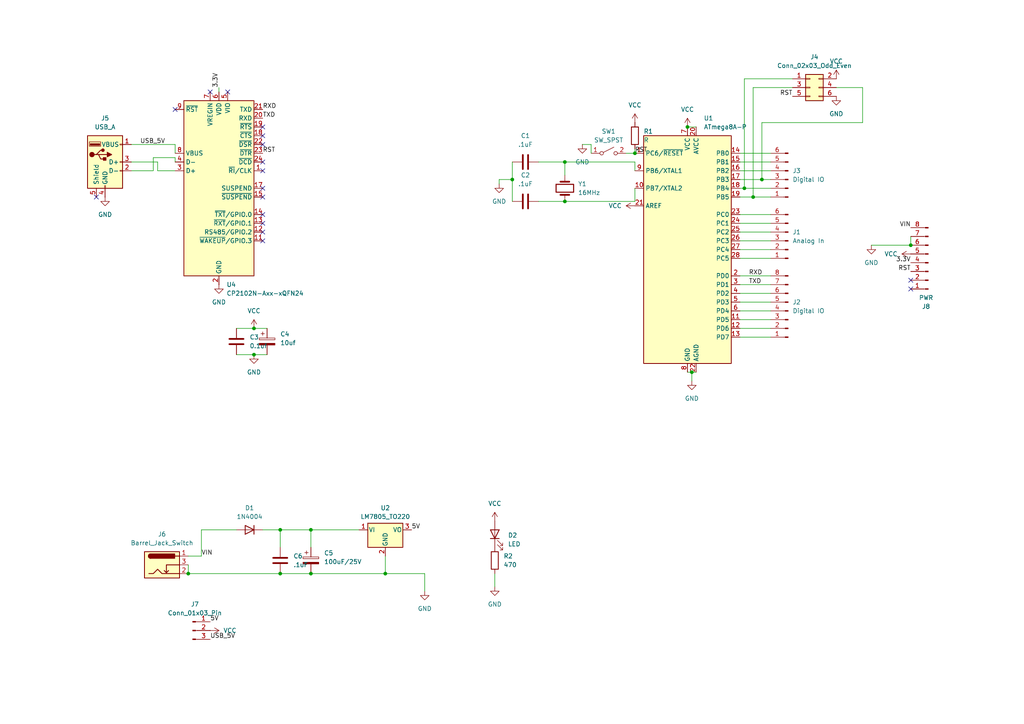
<source format=kicad_sch>
(kicad_sch
	(version 20231120)
	(generator "eeschema")
	(generator_version "8.0")
	(uuid "c8e5075b-9723-4a0b-aaad-a09568f608bd")
	(paper "A4")
	(lib_symbols
		(symbol "Connector:Barrel_Jack_Switch"
			(pin_names hide)
			(exclude_from_sim no)
			(in_bom yes)
			(on_board yes)
			(property "Reference" "J"
				(at 0 5.334 0)
				(effects
					(font
						(size 1.27 1.27)
					)
				)
			)
			(property "Value" "Barrel_Jack_Switch"
				(at 0 -5.08 0)
				(effects
					(font
						(size 1.27 1.27)
					)
				)
			)
			(property "Footprint" ""
				(at 1.27 -1.016 0)
				(effects
					(font
						(size 1.27 1.27)
					)
					(hide yes)
				)
			)
			(property "Datasheet" "~"
				(at 1.27 -1.016 0)
				(effects
					(font
						(size 1.27 1.27)
					)
					(hide yes)
				)
			)
			(property "Description" "DC Barrel Jack with an internal switch"
				(at 0 0 0)
				(effects
					(font
						(size 1.27 1.27)
					)
					(hide yes)
				)
			)
			(property "ki_keywords" "DC power barrel jack connector"
				(at 0 0 0)
				(effects
					(font
						(size 1.27 1.27)
					)
					(hide yes)
				)
			)
			(property "ki_fp_filters" "BarrelJack*"
				(at 0 0 0)
				(effects
					(font
						(size 1.27 1.27)
					)
					(hide yes)
				)
			)
			(symbol "Barrel_Jack_Switch_0_1"
				(rectangle
					(start -5.08 3.81)
					(end 5.08 -3.81)
					(stroke
						(width 0.254)
						(type default)
					)
					(fill
						(type background)
					)
				)
				(arc
					(start -3.302 3.175)
					(mid -3.9343 2.54)
					(end -3.302 1.905)
					(stroke
						(width 0.254)
						(type default)
					)
					(fill
						(type none)
					)
				)
				(arc
					(start -3.302 3.175)
					(mid -3.9343 2.54)
					(end -3.302 1.905)
					(stroke
						(width 0.254)
						(type default)
					)
					(fill
						(type outline)
					)
				)
				(polyline
					(pts
						(xy 1.27 -2.286) (xy 1.905 -1.651)
					)
					(stroke
						(width 0.254)
						(type default)
					)
					(fill
						(type none)
					)
				)
				(polyline
					(pts
						(xy 5.08 2.54) (xy 3.81 2.54)
					)
					(stroke
						(width 0.254)
						(type default)
					)
					(fill
						(type none)
					)
				)
				(polyline
					(pts
						(xy 5.08 0) (xy 1.27 0) (xy 1.27 -2.286) (xy 0.635 -1.651)
					)
					(stroke
						(width 0.254)
						(type default)
					)
					(fill
						(type none)
					)
				)
				(polyline
					(pts
						(xy -3.81 -2.54) (xy -2.54 -2.54) (xy -1.27 -1.27) (xy 0 -2.54) (xy 2.54 -2.54) (xy 5.08 -2.54)
					)
					(stroke
						(width 0.254)
						(type default)
					)
					(fill
						(type none)
					)
				)
				(rectangle
					(start 3.683 3.175)
					(end -3.302 1.905)
					(stroke
						(width 0.254)
						(type default)
					)
					(fill
						(type outline)
					)
				)
			)
			(symbol "Barrel_Jack_Switch_1_1"
				(pin passive line
					(at 7.62 2.54 180)
					(length 2.54)
					(name "~"
						(effects
							(font
								(size 1.27 1.27)
							)
						)
					)
					(number "1"
						(effects
							(font
								(size 1.27 1.27)
							)
						)
					)
				)
				(pin passive line
					(at 7.62 -2.54 180)
					(length 2.54)
					(name "~"
						(effects
							(font
								(size 1.27 1.27)
							)
						)
					)
					(number "2"
						(effects
							(font
								(size 1.27 1.27)
							)
						)
					)
				)
				(pin passive line
					(at 7.62 0 180)
					(length 2.54)
					(name "~"
						(effects
							(font
								(size 1.27 1.27)
							)
						)
					)
					(number "3"
						(effects
							(font
								(size 1.27 1.27)
							)
						)
					)
				)
			)
		)
		(symbol "Connector:Conn_01x03_Pin"
			(pin_names
				(offset 1.016) hide)
			(exclude_from_sim no)
			(in_bom yes)
			(on_board yes)
			(property "Reference" "J"
				(at 0 5.08 0)
				(effects
					(font
						(size 1.27 1.27)
					)
				)
			)
			(property "Value" "Conn_01x03_Pin"
				(at 0 -5.08 0)
				(effects
					(font
						(size 1.27 1.27)
					)
				)
			)
			(property "Footprint" ""
				(at 0 0 0)
				(effects
					(font
						(size 1.27 1.27)
					)
					(hide yes)
				)
			)
			(property "Datasheet" "~"
				(at 0 0 0)
				(effects
					(font
						(size 1.27 1.27)
					)
					(hide yes)
				)
			)
			(property "Description" "Generic connector, single row, 01x03, script generated"
				(at 0 0 0)
				(effects
					(font
						(size 1.27 1.27)
					)
					(hide yes)
				)
			)
			(property "ki_locked" ""
				(at 0 0 0)
				(effects
					(font
						(size 1.27 1.27)
					)
				)
			)
			(property "ki_keywords" "connector"
				(at 0 0 0)
				(effects
					(font
						(size 1.27 1.27)
					)
					(hide yes)
				)
			)
			(property "ki_fp_filters" "Connector*:*_1x??_*"
				(at 0 0 0)
				(effects
					(font
						(size 1.27 1.27)
					)
					(hide yes)
				)
			)
			(symbol "Conn_01x03_Pin_1_1"
				(polyline
					(pts
						(xy 1.27 -2.54) (xy 0.8636 -2.54)
					)
					(stroke
						(width 0.1524)
						(type default)
					)
					(fill
						(type none)
					)
				)
				(polyline
					(pts
						(xy 1.27 0) (xy 0.8636 0)
					)
					(stroke
						(width 0.1524)
						(type default)
					)
					(fill
						(type none)
					)
				)
				(polyline
					(pts
						(xy 1.27 2.54) (xy 0.8636 2.54)
					)
					(stroke
						(width 0.1524)
						(type default)
					)
					(fill
						(type none)
					)
				)
				(rectangle
					(start 0.8636 -2.413)
					(end 0 -2.667)
					(stroke
						(width 0.1524)
						(type default)
					)
					(fill
						(type outline)
					)
				)
				(rectangle
					(start 0.8636 0.127)
					(end 0 -0.127)
					(stroke
						(width 0.1524)
						(type default)
					)
					(fill
						(type outline)
					)
				)
				(rectangle
					(start 0.8636 2.667)
					(end 0 2.413)
					(stroke
						(width 0.1524)
						(type default)
					)
					(fill
						(type outline)
					)
				)
				(pin passive line
					(at 5.08 2.54 180)
					(length 3.81)
					(name "Pin_1"
						(effects
							(font
								(size 1.27 1.27)
							)
						)
					)
					(number "1"
						(effects
							(font
								(size 1.27 1.27)
							)
						)
					)
				)
				(pin passive line
					(at 5.08 0 180)
					(length 3.81)
					(name "Pin_2"
						(effects
							(font
								(size 1.27 1.27)
							)
						)
					)
					(number "2"
						(effects
							(font
								(size 1.27 1.27)
							)
						)
					)
				)
				(pin passive line
					(at 5.08 -2.54 180)
					(length 3.81)
					(name "Pin_3"
						(effects
							(font
								(size 1.27 1.27)
							)
						)
					)
					(number "3"
						(effects
							(font
								(size 1.27 1.27)
							)
						)
					)
				)
			)
		)
		(symbol "Connector:Conn_01x06_Pin"
			(pin_names
				(offset 1.016) hide)
			(exclude_from_sim no)
			(in_bom yes)
			(on_board yes)
			(property "Reference" "J"
				(at 0 7.62 0)
				(effects
					(font
						(size 1.27 1.27)
					)
				)
			)
			(property "Value" "Conn_01x06_Pin"
				(at 0 -10.16 0)
				(effects
					(font
						(size 1.27 1.27)
					)
				)
			)
			(property "Footprint" ""
				(at 0 0 0)
				(effects
					(font
						(size 1.27 1.27)
					)
					(hide yes)
				)
			)
			(property "Datasheet" "~"
				(at 0 0 0)
				(effects
					(font
						(size 1.27 1.27)
					)
					(hide yes)
				)
			)
			(property "Description" "Generic connector, single row, 01x06, script generated"
				(at 0 0 0)
				(effects
					(font
						(size 1.27 1.27)
					)
					(hide yes)
				)
			)
			(property "ki_locked" ""
				(at 0 0 0)
				(effects
					(font
						(size 1.27 1.27)
					)
				)
			)
			(property "ki_keywords" "connector"
				(at 0 0 0)
				(effects
					(font
						(size 1.27 1.27)
					)
					(hide yes)
				)
			)
			(property "ki_fp_filters" "Connector*:*_1x??_*"
				(at 0 0 0)
				(effects
					(font
						(size 1.27 1.27)
					)
					(hide yes)
				)
			)
			(symbol "Conn_01x06_Pin_1_1"
				(polyline
					(pts
						(xy 1.27 -7.62) (xy 0.8636 -7.62)
					)
					(stroke
						(width 0.1524)
						(type default)
					)
					(fill
						(type none)
					)
				)
				(polyline
					(pts
						(xy 1.27 -5.08) (xy 0.8636 -5.08)
					)
					(stroke
						(width 0.1524)
						(type default)
					)
					(fill
						(type none)
					)
				)
				(polyline
					(pts
						(xy 1.27 -2.54) (xy 0.8636 -2.54)
					)
					(stroke
						(width 0.1524)
						(type default)
					)
					(fill
						(type none)
					)
				)
				(polyline
					(pts
						(xy 1.27 0) (xy 0.8636 0)
					)
					(stroke
						(width 0.1524)
						(type default)
					)
					(fill
						(type none)
					)
				)
				(polyline
					(pts
						(xy 1.27 2.54) (xy 0.8636 2.54)
					)
					(stroke
						(width 0.1524)
						(type default)
					)
					(fill
						(type none)
					)
				)
				(polyline
					(pts
						(xy 1.27 5.08) (xy 0.8636 5.08)
					)
					(stroke
						(width 0.1524)
						(type default)
					)
					(fill
						(type none)
					)
				)
				(rectangle
					(start 0.8636 -7.493)
					(end 0 -7.747)
					(stroke
						(width 0.1524)
						(type default)
					)
					(fill
						(type outline)
					)
				)
				(rectangle
					(start 0.8636 -4.953)
					(end 0 -5.207)
					(stroke
						(width 0.1524)
						(type default)
					)
					(fill
						(type outline)
					)
				)
				(rectangle
					(start 0.8636 -2.413)
					(end 0 -2.667)
					(stroke
						(width 0.1524)
						(type default)
					)
					(fill
						(type outline)
					)
				)
				(rectangle
					(start 0.8636 0.127)
					(end 0 -0.127)
					(stroke
						(width 0.1524)
						(type default)
					)
					(fill
						(type outline)
					)
				)
				(rectangle
					(start 0.8636 2.667)
					(end 0 2.413)
					(stroke
						(width 0.1524)
						(type default)
					)
					(fill
						(type outline)
					)
				)
				(rectangle
					(start 0.8636 5.207)
					(end 0 4.953)
					(stroke
						(width 0.1524)
						(type default)
					)
					(fill
						(type outline)
					)
				)
				(pin passive line
					(at 5.08 5.08 180)
					(length 3.81)
					(name "Pin_1"
						(effects
							(font
								(size 1.27 1.27)
							)
						)
					)
					(number "1"
						(effects
							(font
								(size 1.27 1.27)
							)
						)
					)
				)
				(pin passive line
					(at 5.08 2.54 180)
					(length 3.81)
					(name "Pin_2"
						(effects
							(font
								(size 1.27 1.27)
							)
						)
					)
					(number "2"
						(effects
							(font
								(size 1.27 1.27)
							)
						)
					)
				)
				(pin passive line
					(at 5.08 0 180)
					(length 3.81)
					(name "Pin_3"
						(effects
							(font
								(size 1.27 1.27)
							)
						)
					)
					(number "3"
						(effects
							(font
								(size 1.27 1.27)
							)
						)
					)
				)
				(pin passive line
					(at 5.08 -2.54 180)
					(length 3.81)
					(name "Pin_4"
						(effects
							(font
								(size 1.27 1.27)
							)
						)
					)
					(number "4"
						(effects
							(font
								(size 1.27 1.27)
							)
						)
					)
				)
				(pin passive line
					(at 5.08 -5.08 180)
					(length 3.81)
					(name "Pin_5"
						(effects
							(font
								(size 1.27 1.27)
							)
						)
					)
					(number "5"
						(effects
							(font
								(size 1.27 1.27)
							)
						)
					)
				)
				(pin passive line
					(at 5.08 -7.62 180)
					(length 3.81)
					(name "Pin_6"
						(effects
							(font
								(size 1.27 1.27)
							)
						)
					)
					(number "6"
						(effects
							(font
								(size 1.27 1.27)
							)
						)
					)
				)
			)
		)
		(symbol "Connector:Conn_01x08_Pin"
			(pin_names
				(offset 1.016) hide)
			(exclude_from_sim no)
			(in_bom yes)
			(on_board yes)
			(property "Reference" "J"
				(at 0 10.16 0)
				(effects
					(font
						(size 1.27 1.27)
					)
				)
			)
			(property "Value" "Conn_01x08_Pin"
				(at 0 -12.7 0)
				(effects
					(font
						(size 1.27 1.27)
					)
				)
			)
			(property "Footprint" ""
				(at 0 0 0)
				(effects
					(font
						(size 1.27 1.27)
					)
					(hide yes)
				)
			)
			(property "Datasheet" "~"
				(at 0 0 0)
				(effects
					(font
						(size 1.27 1.27)
					)
					(hide yes)
				)
			)
			(property "Description" "Generic connector, single row, 01x08, script generated"
				(at 0 0 0)
				(effects
					(font
						(size 1.27 1.27)
					)
					(hide yes)
				)
			)
			(property "ki_locked" ""
				(at 0 0 0)
				(effects
					(font
						(size 1.27 1.27)
					)
				)
			)
			(property "ki_keywords" "connector"
				(at 0 0 0)
				(effects
					(font
						(size 1.27 1.27)
					)
					(hide yes)
				)
			)
			(property "ki_fp_filters" "Connector*:*_1x??_*"
				(at 0 0 0)
				(effects
					(font
						(size 1.27 1.27)
					)
					(hide yes)
				)
			)
			(symbol "Conn_01x08_Pin_1_1"
				(polyline
					(pts
						(xy 1.27 -10.16) (xy 0.8636 -10.16)
					)
					(stroke
						(width 0.1524)
						(type default)
					)
					(fill
						(type none)
					)
				)
				(polyline
					(pts
						(xy 1.27 -7.62) (xy 0.8636 -7.62)
					)
					(stroke
						(width 0.1524)
						(type default)
					)
					(fill
						(type none)
					)
				)
				(polyline
					(pts
						(xy 1.27 -5.08) (xy 0.8636 -5.08)
					)
					(stroke
						(width 0.1524)
						(type default)
					)
					(fill
						(type none)
					)
				)
				(polyline
					(pts
						(xy 1.27 -2.54) (xy 0.8636 -2.54)
					)
					(stroke
						(width 0.1524)
						(type default)
					)
					(fill
						(type none)
					)
				)
				(polyline
					(pts
						(xy 1.27 0) (xy 0.8636 0)
					)
					(stroke
						(width 0.1524)
						(type default)
					)
					(fill
						(type none)
					)
				)
				(polyline
					(pts
						(xy 1.27 2.54) (xy 0.8636 2.54)
					)
					(stroke
						(width 0.1524)
						(type default)
					)
					(fill
						(type none)
					)
				)
				(polyline
					(pts
						(xy 1.27 5.08) (xy 0.8636 5.08)
					)
					(stroke
						(width 0.1524)
						(type default)
					)
					(fill
						(type none)
					)
				)
				(polyline
					(pts
						(xy 1.27 7.62) (xy 0.8636 7.62)
					)
					(stroke
						(width 0.1524)
						(type default)
					)
					(fill
						(type none)
					)
				)
				(rectangle
					(start 0.8636 -10.033)
					(end 0 -10.287)
					(stroke
						(width 0.1524)
						(type default)
					)
					(fill
						(type outline)
					)
				)
				(rectangle
					(start 0.8636 -7.493)
					(end 0 -7.747)
					(stroke
						(width 0.1524)
						(type default)
					)
					(fill
						(type outline)
					)
				)
				(rectangle
					(start 0.8636 -4.953)
					(end 0 -5.207)
					(stroke
						(width 0.1524)
						(type default)
					)
					(fill
						(type outline)
					)
				)
				(rectangle
					(start 0.8636 -2.413)
					(end 0 -2.667)
					(stroke
						(width 0.1524)
						(type default)
					)
					(fill
						(type outline)
					)
				)
				(rectangle
					(start 0.8636 0.127)
					(end 0 -0.127)
					(stroke
						(width 0.1524)
						(type default)
					)
					(fill
						(type outline)
					)
				)
				(rectangle
					(start 0.8636 2.667)
					(end 0 2.413)
					(stroke
						(width 0.1524)
						(type default)
					)
					(fill
						(type outline)
					)
				)
				(rectangle
					(start 0.8636 5.207)
					(end 0 4.953)
					(stroke
						(width 0.1524)
						(type default)
					)
					(fill
						(type outline)
					)
				)
				(rectangle
					(start 0.8636 7.747)
					(end 0 7.493)
					(stroke
						(width 0.1524)
						(type default)
					)
					(fill
						(type outline)
					)
				)
				(pin passive line
					(at 5.08 7.62 180)
					(length 3.81)
					(name "Pin_1"
						(effects
							(font
								(size 1.27 1.27)
							)
						)
					)
					(number "1"
						(effects
							(font
								(size 1.27 1.27)
							)
						)
					)
				)
				(pin passive line
					(at 5.08 5.08 180)
					(length 3.81)
					(name "Pin_2"
						(effects
							(font
								(size 1.27 1.27)
							)
						)
					)
					(number "2"
						(effects
							(font
								(size 1.27 1.27)
							)
						)
					)
				)
				(pin passive line
					(at 5.08 2.54 180)
					(length 3.81)
					(name "Pin_3"
						(effects
							(font
								(size 1.27 1.27)
							)
						)
					)
					(number "3"
						(effects
							(font
								(size 1.27 1.27)
							)
						)
					)
				)
				(pin passive line
					(at 5.08 0 180)
					(length 3.81)
					(name "Pin_4"
						(effects
							(font
								(size 1.27 1.27)
							)
						)
					)
					(number "4"
						(effects
							(font
								(size 1.27 1.27)
							)
						)
					)
				)
				(pin passive line
					(at 5.08 -2.54 180)
					(length 3.81)
					(name "Pin_5"
						(effects
							(font
								(size 1.27 1.27)
							)
						)
					)
					(number "5"
						(effects
							(font
								(size 1.27 1.27)
							)
						)
					)
				)
				(pin passive line
					(at 5.08 -5.08 180)
					(length 3.81)
					(name "Pin_6"
						(effects
							(font
								(size 1.27 1.27)
							)
						)
					)
					(number "6"
						(effects
							(font
								(size 1.27 1.27)
							)
						)
					)
				)
				(pin passive line
					(at 5.08 -7.62 180)
					(length 3.81)
					(name "Pin_7"
						(effects
							(font
								(size 1.27 1.27)
							)
						)
					)
					(number "7"
						(effects
							(font
								(size 1.27 1.27)
							)
						)
					)
				)
				(pin passive line
					(at 5.08 -10.16 180)
					(length 3.81)
					(name "Pin_8"
						(effects
							(font
								(size 1.27 1.27)
							)
						)
					)
					(number "8"
						(effects
							(font
								(size 1.27 1.27)
							)
						)
					)
				)
			)
		)
		(symbol "Connector:USB_A"
			(pin_names
				(offset 1.016)
			)
			(exclude_from_sim no)
			(in_bom yes)
			(on_board yes)
			(property "Reference" "J"
				(at -5.08 11.43 0)
				(effects
					(font
						(size 1.27 1.27)
					)
					(justify left)
				)
			)
			(property "Value" "USB_A"
				(at -5.08 8.89 0)
				(effects
					(font
						(size 1.27 1.27)
					)
					(justify left)
				)
			)
			(property "Footprint" ""
				(at 3.81 -1.27 0)
				(effects
					(font
						(size 1.27 1.27)
					)
					(hide yes)
				)
			)
			(property "Datasheet" "~"
				(at 3.81 -1.27 0)
				(effects
					(font
						(size 1.27 1.27)
					)
					(hide yes)
				)
			)
			(property "Description" "USB Type A connector"
				(at 0 0 0)
				(effects
					(font
						(size 1.27 1.27)
					)
					(hide yes)
				)
			)
			(property "ki_keywords" "connector USB"
				(at 0 0 0)
				(effects
					(font
						(size 1.27 1.27)
					)
					(hide yes)
				)
			)
			(property "ki_fp_filters" "USB*"
				(at 0 0 0)
				(effects
					(font
						(size 1.27 1.27)
					)
					(hide yes)
				)
			)
			(symbol "USB_A_0_1"
				(rectangle
					(start -5.08 -7.62)
					(end 5.08 7.62)
					(stroke
						(width 0.254)
						(type default)
					)
					(fill
						(type background)
					)
				)
				(circle
					(center -3.81 2.159)
					(radius 0.635)
					(stroke
						(width 0.254)
						(type default)
					)
					(fill
						(type outline)
					)
				)
				(rectangle
					(start -1.524 4.826)
					(end -4.318 5.334)
					(stroke
						(width 0)
						(type default)
					)
					(fill
						(type outline)
					)
				)
				(rectangle
					(start -1.27 4.572)
					(end -4.572 5.842)
					(stroke
						(width 0)
						(type default)
					)
					(fill
						(type none)
					)
				)
				(circle
					(center -0.635 3.429)
					(radius 0.381)
					(stroke
						(width 0.254)
						(type default)
					)
					(fill
						(type outline)
					)
				)
				(rectangle
					(start -0.127 -7.62)
					(end 0.127 -6.858)
					(stroke
						(width 0)
						(type default)
					)
					(fill
						(type none)
					)
				)
				(polyline
					(pts
						(xy -3.175 2.159) (xy -2.54 2.159) (xy -1.27 3.429) (xy -0.635 3.429)
					)
					(stroke
						(width 0.254)
						(type default)
					)
					(fill
						(type none)
					)
				)
				(polyline
					(pts
						(xy -2.54 2.159) (xy -1.905 2.159) (xy -1.27 0.889) (xy 0 0.889)
					)
					(stroke
						(width 0.254)
						(type default)
					)
					(fill
						(type none)
					)
				)
				(polyline
					(pts
						(xy 0.635 2.794) (xy 0.635 1.524) (xy 1.905 2.159) (xy 0.635 2.794)
					)
					(stroke
						(width 0.254)
						(type default)
					)
					(fill
						(type outline)
					)
				)
				(rectangle
					(start 0.254 1.27)
					(end -0.508 0.508)
					(stroke
						(width 0.254)
						(type default)
					)
					(fill
						(type outline)
					)
				)
				(rectangle
					(start 5.08 -2.667)
					(end 4.318 -2.413)
					(stroke
						(width 0)
						(type default)
					)
					(fill
						(type none)
					)
				)
				(rectangle
					(start 5.08 -0.127)
					(end 4.318 0.127)
					(stroke
						(width 0)
						(type default)
					)
					(fill
						(type none)
					)
				)
				(rectangle
					(start 5.08 4.953)
					(end 4.318 5.207)
					(stroke
						(width 0)
						(type default)
					)
					(fill
						(type none)
					)
				)
			)
			(symbol "USB_A_1_1"
				(polyline
					(pts
						(xy -1.905 2.159) (xy 0.635 2.159)
					)
					(stroke
						(width 0.254)
						(type default)
					)
					(fill
						(type none)
					)
				)
				(pin power_in line
					(at 7.62 5.08 180)
					(length 2.54)
					(name "VBUS"
						(effects
							(font
								(size 1.27 1.27)
							)
						)
					)
					(number "1"
						(effects
							(font
								(size 1.27 1.27)
							)
						)
					)
				)
				(pin bidirectional line
					(at 7.62 -2.54 180)
					(length 2.54)
					(name "D-"
						(effects
							(font
								(size 1.27 1.27)
							)
						)
					)
					(number "2"
						(effects
							(font
								(size 1.27 1.27)
							)
						)
					)
				)
				(pin bidirectional line
					(at 7.62 0 180)
					(length 2.54)
					(name "D+"
						(effects
							(font
								(size 1.27 1.27)
							)
						)
					)
					(number "3"
						(effects
							(font
								(size 1.27 1.27)
							)
						)
					)
				)
				(pin power_in line
					(at 0 -10.16 90)
					(length 2.54)
					(name "GND"
						(effects
							(font
								(size 1.27 1.27)
							)
						)
					)
					(number "4"
						(effects
							(font
								(size 1.27 1.27)
							)
						)
					)
				)
				(pin passive line
					(at -2.54 -10.16 90)
					(length 2.54)
					(name "Shield"
						(effects
							(font
								(size 1.27 1.27)
							)
						)
					)
					(number "5"
						(effects
							(font
								(size 1.27 1.27)
							)
						)
					)
				)
			)
		)
		(symbol "Connector_Generic:Conn_02x03_Odd_Even"
			(pin_names
				(offset 1.016) hide)
			(exclude_from_sim no)
			(in_bom yes)
			(on_board yes)
			(property "Reference" "J"
				(at 1.27 5.08 0)
				(effects
					(font
						(size 1.27 1.27)
					)
				)
			)
			(property "Value" "Conn_02x03_Odd_Even"
				(at 1.27 -5.08 0)
				(effects
					(font
						(size 1.27 1.27)
					)
				)
			)
			(property "Footprint" ""
				(at 0 0 0)
				(effects
					(font
						(size 1.27 1.27)
					)
					(hide yes)
				)
			)
			(property "Datasheet" "~"
				(at 0 0 0)
				(effects
					(font
						(size 1.27 1.27)
					)
					(hide yes)
				)
			)
			(property "Description" "Generic connector, double row, 02x03, odd/even pin numbering scheme (row 1 odd numbers, row 2 even numbers), script generated (kicad-library-utils/schlib/autogen/connector/)"
				(at 0 0 0)
				(effects
					(font
						(size 1.27 1.27)
					)
					(hide yes)
				)
			)
			(property "ki_keywords" "connector"
				(at 0 0 0)
				(effects
					(font
						(size 1.27 1.27)
					)
					(hide yes)
				)
			)
			(property "ki_fp_filters" "Connector*:*_2x??_*"
				(at 0 0 0)
				(effects
					(font
						(size 1.27 1.27)
					)
					(hide yes)
				)
			)
			(symbol "Conn_02x03_Odd_Even_1_1"
				(rectangle
					(start -1.27 -2.413)
					(end 0 -2.667)
					(stroke
						(width 0.1524)
						(type default)
					)
					(fill
						(type none)
					)
				)
				(rectangle
					(start -1.27 0.127)
					(end 0 -0.127)
					(stroke
						(width 0.1524)
						(type default)
					)
					(fill
						(type none)
					)
				)
				(rectangle
					(start -1.27 2.667)
					(end 0 2.413)
					(stroke
						(width 0.1524)
						(type default)
					)
					(fill
						(type none)
					)
				)
				(rectangle
					(start -1.27 3.81)
					(end 3.81 -3.81)
					(stroke
						(width 0.254)
						(type default)
					)
					(fill
						(type background)
					)
				)
				(rectangle
					(start 3.81 -2.413)
					(end 2.54 -2.667)
					(stroke
						(width 0.1524)
						(type default)
					)
					(fill
						(type none)
					)
				)
				(rectangle
					(start 3.81 0.127)
					(end 2.54 -0.127)
					(stroke
						(width 0.1524)
						(type default)
					)
					(fill
						(type none)
					)
				)
				(rectangle
					(start 3.81 2.667)
					(end 2.54 2.413)
					(stroke
						(width 0.1524)
						(type default)
					)
					(fill
						(type none)
					)
				)
				(pin passive line
					(at -5.08 2.54 0)
					(length 3.81)
					(name "Pin_1"
						(effects
							(font
								(size 1.27 1.27)
							)
						)
					)
					(number "1"
						(effects
							(font
								(size 1.27 1.27)
							)
						)
					)
				)
				(pin passive line
					(at 7.62 2.54 180)
					(length 3.81)
					(name "Pin_2"
						(effects
							(font
								(size 1.27 1.27)
							)
						)
					)
					(number "2"
						(effects
							(font
								(size 1.27 1.27)
							)
						)
					)
				)
				(pin passive line
					(at -5.08 0 0)
					(length 3.81)
					(name "Pin_3"
						(effects
							(font
								(size 1.27 1.27)
							)
						)
					)
					(number "3"
						(effects
							(font
								(size 1.27 1.27)
							)
						)
					)
				)
				(pin passive line
					(at 7.62 0 180)
					(length 3.81)
					(name "Pin_4"
						(effects
							(font
								(size 1.27 1.27)
							)
						)
					)
					(number "4"
						(effects
							(font
								(size 1.27 1.27)
							)
						)
					)
				)
				(pin passive line
					(at -5.08 -2.54 0)
					(length 3.81)
					(name "Pin_5"
						(effects
							(font
								(size 1.27 1.27)
							)
						)
					)
					(number "5"
						(effects
							(font
								(size 1.27 1.27)
							)
						)
					)
				)
				(pin passive line
					(at 7.62 -2.54 180)
					(length 3.81)
					(name "Pin_6"
						(effects
							(font
								(size 1.27 1.27)
							)
						)
					)
					(number "6"
						(effects
							(font
								(size 1.27 1.27)
							)
						)
					)
				)
			)
		)
		(symbol "Device:C"
			(pin_numbers hide)
			(pin_names
				(offset 0.254)
			)
			(exclude_from_sim no)
			(in_bom yes)
			(on_board yes)
			(property "Reference" "C"
				(at 0.635 2.54 0)
				(effects
					(font
						(size 1.27 1.27)
					)
					(justify left)
				)
			)
			(property "Value" "C"
				(at 0.635 -2.54 0)
				(effects
					(font
						(size 1.27 1.27)
					)
					(justify left)
				)
			)
			(property "Footprint" ""
				(at 0.9652 -3.81 0)
				(effects
					(font
						(size 1.27 1.27)
					)
					(hide yes)
				)
			)
			(property "Datasheet" "~"
				(at 0 0 0)
				(effects
					(font
						(size 1.27 1.27)
					)
					(hide yes)
				)
			)
			(property "Description" "Unpolarized capacitor"
				(at 0 0 0)
				(effects
					(font
						(size 1.27 1.27)
					)
					(hide yes)
				)
			)
			(property "ki_keywords" "cap capacitor"
				(at 0 0 0)
				(effects
					(font
						(size 1.27 1.27)
					)
					(hide yes)
				)
			)
			(property "ki_fp_filters" "C_*"
				(at 0 0 0)
				(effects
					(font
						(size 1.27 1.27)
					)
					(hide yes)
				)
			)
			(symbol "C_0_1"
				(polyline
					(pts
						(xy -2.032 -0.762) (xy 2.032 -0.762)
					)
					(stroke
						(width 0.508)
						(type default)
					)
					(fill
						(type none)
					)
				)
				(polyline
					(pts
						(xy -2.032 0.762) (xy 2.032 0.762)
					)
					(stroke
						(width 0.508)
						(type default)
					)
					(fill
						(type none)
					)
				)
			)
			(symbol "C_1_1"
				(pin passive line
					(at 0 3.81 270)
					(length 2.794)
					(name "~"
						(effects
							(font
								(size 1.27 1.27)
							)
						)
					)
					(number "1"
						(effects
							(font
								(size 1.27 1.27)
							)
						)
					)
				)
				(pin passive line
					(at 0 -3.81 90)
					(length 2.794)
					(name "~"
						(effects
							(font
								(size 1.27 1.27)
							)
						)
					)
					(number "2"
						(effects
							(font
								(size 1.27 1.27)
							)
						)
					)
				)
			)
		)
		(symbol "Device:C_Polarized"
			(pin_numbers hide)
			(pin_names
				(offset 0.254)
			)
			(exclude_from_sim no)
			(in_bom yes)
			(on_board yes)
			(property "Reference" "C"
				(at 0.635 2.54 0)
				(effects
					(font
						(size 1.27 1.27)
					)
					(justify left)
				)
			)
			(property "Value" "C_Polarized"
				(at 0.635 -2.54 0)
				(effects
					(font
						(size 1.27 1.27)
					)
					(justify left)
				)
			)
			(property "Footprint" ""
				(at 0.9652 -3.81 0)
				(effects
					(font
						(size 1.27 1.27)
					)
					(hide yes)
				)
			)
			(property "Datasheet" "~"
				(at 0 0 0)
				(effects
					(font
						(size 1.27 1.27)
					)
					(hide yes)
				)
			)
			(property "Description" "Polarized capacitor"
				(at 0 0 0)
				(effects
					(font
						(size 1.27 1.27)
					)
					(hide yes)
				)
			)
			(property "ki_keywords" "cap capacitor"
				(at 0 0 0)
				(effects
					(font
						(size 1.27 1.27)
					)
					(hide yes)
				)
			)
			(property "ki_fp_filters" "CP_*"
				(at 0 0 0)
				(effects
					(font
						(size 1.27 1.27)
					)
					(hide yes)
				)
			)
			(symbol "C_Polarized_0_1"
				(rectangle
					(start -2.286 0.508)
					(end 2.286 1.016)
					(stroke
						(width 0)
						(type default)
					)
					(fill
						(type none)
					)
				)
				(polyline
					(pts
						(xy -1.778 2.286) (xy -0.762 2.286)
					)
					(stroke
						(width 0)
						(type default)
					)
					(fill
						(type none)
					)
				)
				(polyline
					(pts
						(xy -1.27 2.794) (xy -1.27 1.778)
					)
					(stroke
						(width 0)
						(type default)
					)
					(fill
						(type none)
					)
				)
				(rectangle
					(start 2.286 -0.508)
					(end -2.286 -1.016)
					(stroke
						(width 0)
						(type default)
					)
					(fill
						(type outline)
					)
				)
			)
			(symbol "C_Polarized_1_1"
				(pin passive line
					(at 0 3.81 270)
					(length 2.794)
					(name "~"
						(effects
							(font
								(size 1.27 1.27)
							)
						)
					)
					(number "1"
						(effects
							(font
								(size 1.27 1.27)
							)
						)
					)
				)
				(pin passive line
					(at 0 -3.81 90)
					(length 2.794)
					(name "~"
						(effects
							(font
								(size 1.27 1.27)
							)
						)
					)
					(number "2"
						(effects
							(font
								(size 1.27 1.27)
							)
						)
					)
				)
			)
		)
		(symbol "Device:Crystal"
			(pin_numbers hide)
			(pin_names
				(offset 1.016) hide)
			(exclude_from_sim no)
			(in_bom yes)
			(on_board yes)
			(property "Reference" "Y"
				(at 0 3.81 0)
				(effects
					(font
						(size 1.27 1.27)
					)
				)
			)
			(property "Value" "Crystal"
				(at 0 -3.81 0)
				(effects
					(font
						(size 1.27 1.27)
					)
				)
			)
			(property "Footprint" ""
				(at 0 0 0)
				(effects
					(font
						(size 1.27 1.27)
					)
					(hide yes)
				)
			)
			(property "Datasheet" "~"
				(at 0 0 0)
				(effects
					(font
						(size 1.27 1.27)
					)
					(hide yes)
				)
			)
			(property "Description" "Two pin crystal"
				(at 0 0 0)
				(effects
					(font
						(size 1.27 1.27)
					)
					(hide yes)
				)
			)
			(property "ki_keywords" "quartz ceramic resonator oscillator"
				(at 0 0 0)
				(effects
					(font
						(size 1.27 1.27)
					)
					(hide yes)
				)
			)
			(property "ki_fp_filters" "Crystal*"
				(at 0 0 0)
				(effects
					(font
						(size 1.27 1.27)
					)
					(hide yes)
				)
			)
			(symbol "Crystal_0_1"
				(rectangle
					(start -1.143 2.54)
					(end 1.143 -2.54)
					(stroke
						(width 0.3048)
						(type default)
					)
					(fill
						(type none)
					)
				)
				(polyline
					(pts
						(xy -2.54 0) (xy -1.905 0)
					)
					(stroke
						(width 0)
						(type default)
					)
					(fill
						(type none)
					)
				)
				(polyline
					(pts
						(xy -1.905 -1.27) (xy -1.905 1.27)
					)
					(stroke
						(width 0.508)
						(type default)
					)
					(fill
						(type none)
					)
				)
				(polyline
					(pts
						(xy 1.905 -1.27) (xy 1.905 1.27)
					)
					(stroke
						(width 0.508)
						(type default)
					)
					(fill
						(type none)
					)
				)
				(polyline
					(pts
						(xy 2.54 0) (xy 1.905 0)
					)
					(stroke
						(width 0)
						(type default)
					)
					(fill
						(type none)
					)
				)
			)
			(symbol "Crystal_1_1"
				(pin passive line
					(at -3.81 0 0)
					(length 1.27)
					(name "1"
						(effects
							(font
								(size 1.27 1.27)
							)
						)
					)
					(number "1"
						(effects
							(font
								(size 1.27 1.27)
							)
						)
					)
				)
				(pin passive line
					(at 3.81 0 180)
					(length 1.27)
					(name "2"
						(effects
							(font
								(size 1.27 1.27)
							)
						)
					)
					(number "2"
						(effects
							(font
								(size 1.27 1.27)
							)
						)
					)
				)
			)
		)
		(symbol "Device:LED"
			(pin_numbers hide)
			(pin_names
				(offset 1.016) hide)
			(exclude_from_sim no)
			(in_bom yes)
			(on_board yes)
			(property "Reference" "D"
				(at 0 2.54 0)
				(effects
					(font
						(size 1.27 1.27)
					)
				)
			)
			(property "Value" "LED"
				(at 0 -2.54 0)
				(effects
					(font
						(size 1.27 1.27)
					)
				)
			)
			(property "Footprint" ""
				(at 0 0 0)
				(effects
					(font
						(size 1.27 1.27)
					)
					(hide yes)
				)
			)
			(property "Datasheet" "~"
				(at 0 0 0)
				(effects
					(font
						(size 1.27 1.27)
					)
					(hide yes)
				)
			)
			(property "Description" "Light emitting diode"
				(at 0 0 0)
				(effects
					(font
						(size 1.27 1.27)
					)
					(hide yes)
				)
			)
			(property "ki_keywords" "LED diode"
				(at 0 0 0)
				(effects
					(font
						(size 1.27 1.27)
					)
					(hide yes)
				)
			)
			(property "ki_fp_filters" "LED* LED_SMD:* LED_THT:*"
				(at 0 0 0)
				(effects
					(font
						(size 1.27 1.27)
					)
					(hide yes)
				)
			)
			(symbol "LED_0_1"
				(polyline
					(pts
						(xy -1.27 -1.27) (xy -1.27 1.27)
					)
					(stroke
						(width 0.254)
						(type default)
					)
					(fill
						(type none)
					)
				)
				(polyline
					(pts
						(xy -1.27 0) (xy 1.27 0)
					)
					(stroke
						(width 0)
						(type default)
					)
					(fill
						(type none)
					)
				)
				(polyline
					(pts
						(xy 1.27 -1.27) (xy 1.27 1.27) (xy -1.27 0) (xy 1.27 -1.27)
					)
					(stroke
						(width 0.254)
						(type default)
					)
					(fill
						(type none)
					)
				)
				(polyline
					(pts
						(xy -3.048 -0.762) (xy -4.572 -2.286) (xy -3.81 -2.286) (xy -4.572 -2.286) (xy -4.572 -1.524)
					)
					(stroke
						(width 0)
						(type default)
					)
					(fill
						(type none)
					)
				)
				(polyline
					(pts
						(xy -1.778 -0.762) (xy -3.302 -2.286) (xy -2.54 -2.286) (xy -3.302 -2.286) (xy -3.302 -1.524)
					)
					(stroke
						(width 0)
						(type default)
					)
					(fill
						(type none)
					)
				)
			)
			(symbol "LED_1_1"
				(pin passive line
					(at -3.81 0 0)
					(length 2.54)
					(name "K"
						(effects
							(font
								(size 1.27 1.27)
							)
						)
					)
					(number "1"
						(effects
							(font
								(size 1.27 1.27)
							)
						)
					)
				)
				(pin passive line
					(at 3.81 0 180)
					(length 2.54)
					(name "A"
						(effects
							(font
								(size 1.27 1.27)
							)
						)
					)
					(number "2"
						(effects
							(font
								(size 1.27 1.27)
							)
						)
					)
				)
			)
		)
		(symbol "Device:R"
			(pin_numbers hide)
			(pin_names
				(offset 0)
			)
			(exclude_from_sim no)
			(in_bom yes)
			(on_board yes)
			(property "Reference" "R"
				(at 2.032 0 90)
				(effects
					(font
						(size 1.27 1.27)
					)
				)
			)
			(property "Value" "R"
				(at 0 0 90)
				(effects
					(font
						(size 1.27 1.27)
					)
				)
			)
			(property "Footprint" ""
				(at -1.778 0 90)
				(effects
					(font
						(size 1.27 1.27)
					)
					(hide yes)
				)
			)
			(property "Datasheet" "~"
				(at 0 0 0)
				(effects
					(font
						(size 1.27 1.27)
					)
					(hide yes)
				)
			)
			(property "Description" "Resistor"
				(at 0 0 0)
				(effects
					(font
						(size 1.27 1.27)
					)
					(hide yes)
				)
			)
			(property "ki_keywords" "R res resistor"
				(at 0 0 0)
				(effects
					(font
						(size 1.27 1.27)
					)
					(hide yes)
				)
			)
			(property "ki_fp_filters" "R_*"
				(at 0 0 0)
				(effects
					(font
						(size 1.27 1.27)
					)
					(hide yes)
				)
			)
			(symbol "R_0_1"
				(rectangle
					(start -1.016 -2.54)
					(end 1.016 2.54)
					(stroke
						(width 0.254)
						(type default)
					)
					(fill
						(type none)
					)
				)
			)
			(symbol "R_1_1"
				(pin passive line
					(at 0 3.81 270)
					(length 1.27)
					(name "~"
						(effects
							(font
								(size 1.27 1.27)
							)
						)
					)
					(number "1"
						(effects
							(font
								(size 1.27 1.27)
							)
						)
					)
				)
				(pin passive line
					(at 0 -3.81 90)
					(length 1.27)
					(name "~"
						(effects
							(font
								(size 1.27 1.27)
							)
						)
					)
					(number "2"
						(effects
							(font
								(size 1.27 1.27)
							)
						)
					)
				)
			)
		)
		(symbol "Diode:1N4004"
			(pin_numbers hide)
			(pin_names hide)
			(exclude_from_sim no)
			(in_bom yes)
			(on_board yes)
			(property "Reference" "D"
				(at 0 2.54 0)
				(effects
					(font
						(size 1.27 1.27)
					)
				)
			)
			(property "Value" "1N4004"
				(at 0 -2.54 0)
				(effects
					(font
						(size 1.27 1.27)
					)
				)
			)
			(property "Footprint" "Diode_THT:D_DO-41_SOD81_P10.16mm_Horizontal"
				(at 0 -4.445 0)
				(effects
					(font
						(size 1.27 1.27)
					)
					(hide yes)
				)
			)
			(property "Datasheet" "http://www.vishay.com/docs/88503/1n4001.pdf"
				(at 0 0 0)
				(effects
					(font
						(size 1.27 1.27)
					)
					(hide yes)
				)
			)
			(property "Description" "400V 1A General Purpose Rectifier Diode, DO-41"
				(at 0 0 0)
				(effects
					(font
						(size 1.27 1.27)
					)
					(hide yes)
				)
			)
			(property "Sim.Device" "D"
				(at 0 0 0)
				(effects
					(font
						(size 1.27 1.27)
					)
					(hide yes)
				)
			)
			(property "Sim.Pins" "1=K 2=A"
				(at 0 0 0)
				(effects
					(font
						(size 1.27 1.27)
					)
					(hide yes)
				)
			)
			(property "ki_keywords" "diode"
				(at 0 0 0)
				(effects
					(font
						(size 1.27 1.27)
					)
					(hide yes)
				)
			)
			(property "ki_fp_filters" "D*DO?41*"
				(at 0 0 0)
				(effects
					(font
						(size 1.27 1.27)
					)
					(hide yes)
				)
			)
			(symbol "1N4004_0_1"
				(polyline
					(pts
						(xy -1.27 1.27) (xy -1.27 -1.27)
					)
					(stroke
						(width 0.254)
						(type default)
					)
					(fill
						(type none)
					)
				)
				(polyline
					(pts
						(xy 1.27 0) (xy -1.27 0)
					)
					(stroke
						(width 0)
						(type default)
					)
					(fill
						(type none)
					)
				)
				(polyline
					(pts
						(xy 1.27 1.27) (xy 1.27 -1.27) (xy -1.27 0) (xy 1.27 1.27)
					)
					(stroke
						(width 0.254)
						(type default)
					)
					(fill
						(type none)
					)
				)
			)
			(symbol "1N4004_1_1"
				(pin passive line
					(at -3.81 0 0)
					(length 2.54)
					(name "K"
						(effects
							(font
								(size 1.27 1.27)
							)
						)
					)
					(number "1"
						(effects
							(font
								(size 1.27 1.27)
							)
						)
					)
				)
				(pin passive line
					(at 3.81 0 180)
					(length 2.54)
					(name "A"
						(effects
							(font
								(size 1.27 1.27)
							)
						)
					)
					(number "2"
						(effects
							(font
								(size 1.27 1.27)
							)
						)
					)
				)
			)
		)
		(symbol "Interface_USB:CP2102N-Axx-xQFN24"
			(exclude_from_sim no)
			(in_bom yes)
			(on_board yes)
			(property "Reference" "U"
				(at -8.89 26.67 0)
				(effects
					(font
						(size 1.27 1.27)
					)
				)
			)
			(property "Value" "CP2102N-Axx-xQFN24"
				(at 13.97 26.67 0)
				(effects
					(font
						(size 1.27 1.27)
					)
				)
			)
			(property "Footprint" "Package_DFN_QFN:QFN-24-1EP_4x4mm_P0.5mm_EP2.6x2.6mm"
				(at 31.75 -26.67 0)
				(effects
					(font
						(size 1.27 1.27)
					)
					(hide yes)
				)
			)
			(property "Datasheet" "https://www.silabs.com/documents/public/data-sheets/cp2102n-datasheet.pdf"
				(at 1.27 -19.05 0)
				(effects
					(font
						(size 1.27 1.27)
					)
					(hide yes)
				)
			)
			(property "Description" "USB to UART master bridge, QFN-24"
				(at 0 0 0)
				(effects
					(font
						(size 1.27 1.27)
					)
					(hide yes)
				)
			)
			(property "ki_keywords" "USB UART bridge"
				(at 0 0 0)
				(effects
					(font
						(size 1.27 1.27)
					)
					(hide yes)
				)
			)
			(property "ki_fp_filters" "QFN*4x4mm*P0.5mm*"
				(at 0 0 0)
				(effects
					(font
						(size 1.27 1.27)
					)
					(hide yes)
				)
			)
			(symbol "CP2102N-Axx-xQFN24_0_1"
				(rectangle
					(start -10.16 25.4)
					(end 10.16 -25.4)
					(stroke
						(width 0.254)
						(type default)
					)
					(fill
						(type background)
					)
				)
			)
			(symbol "CP2102N-Axx-xQFN24_1_1"
				(pin bidirectional line
					(at 12.7 5.08 180)
					(length 2.54)
					(name "~{RI}/CLK"
						(effects
							(font
								(size 1.27 1.27)
							)
						)
					)
					(number "1"
						(effects
							(font
								(size 1.27 1.27)
							)
						)
					)
				)
				(pin no_connect line
					(at -10.16 -22.86 0)
					(length 2.54) hide
					(name "NC"
						(effects
							(font
								(size 1.27 1.27)
							)
						)
					)
					(number "10"
						(effects
							(font
								(size 1.27 1.27)
							)
						)
					)
				)
				(pin bidirectional line
					(at 12.7 -15.24 180)
					(length 2.54)
					(name "~{WAKEUP}/GPIO.3"
						(effects
							(font
								(size 1.27 1.27)
							)
						)
					)
					(number "11"
						(effects
							(font
								(size 1.27 1.27)
							)
						)
					)
				)
				(pin bidirectional line
					(at 12.7 -12.7 180)
					(length 2.54)
					(name "RS485/GPIO.2"
						(effects
							(font
								(size 1.27 1.27)
							)
						)
					)
					(number "12"
						(effects
							(font
								(size 1.27 1.27)
							)
						)
					)
				)
				(pin bidirectional line
					(at 12.7 -10.16 180)
					(length 2.54)
					(name "~{RXT}/GPIO.1"
						(effects
							(font
								(size 1.27 1.27)
							)
						)
					)
					(number "13"
						(effects
							(font
								(size 1.27 1.27)
							)
						)
					)
				)
				(pin bidirectional line
					(at 12.7 -7.62 180)
					(length 2.54)
					(name "~{TXT}/GPIO.0"
						(effects
							(font
								(size 1.27 1.27)
							)
						)
					)
					(number "14"
						(effects
							(font
								(size 1.27 1.27)
							)
						)
					)
				)
				(pin output line
					(at 12.7 -2.54 180)
					(length 2.54)
					(name "~{SUSPEND}"
						(effects
							(font
								(size 1.27 1.27)
							)
						)
					)
					(number "15"
						(effects
							(font
								(size 1.27 1.27)
							)
						)
					)
				)
				(pin no_connect line
					(at 10.16 -22.86 180)
					(length 2.54) hide
					(name "NC"
						(effects
							(font
								(size 1.27 1.27)
							)
						)
					)
					(number "16"
						(effects
							(font
								(size 1.27 1.27)
							)
						)
					)
				)
				(pin output line
					(at 12.7 0 180)
					(length 2.54)
					(name "SUSPEND"
						(effects
							(font
								(size 1.27 1.27)
							)
						)
					)
					(number "17"
						(effects
							(font
								(size 1.27 1.27)
							)
						)
					)
				)
				(pin input line
					(at 12.7 15.24 180)
					(length 2.54)
					(name "~{CTS}"
						(effects
							(font
								(size 1.27 1.27)
							)
						)
					)
					(number "18"
						(effects
							(font
								(size 1.27 1.27)
							)
						)
					)
				)
				(pin output line
					(at 12.7 17.78 180)
					(length 2.54)
					(name "~{RTS}"
						(effects
							(font
								(size 1.27 1.27)
							)
						)
					)
					(number "19"
						(effects
							(font
								(size 1.27 1.27)
							)
						)
					)
				)
				(pin power_in line
					(at 0 -27.94 90)
					(length 2.54)
					(name "GND"
						(effects
							(font
								(size 1.27 1.27)
							)
						)
					)
					(number "2"
						(effects
							(font
								(size 1.27 1.27)
							)
						)
					)
				)
				(pin input line
					(at 12.7 20.32 180)
					(length 2.54)
					(name "RXD"
						(effects
							(font
								(size 1.27 1.27)
							)
						)
					)
					(number "20"
						(effects
							(font
								(size 1.27 1.27)
							)
						)
					)
				)
				(pin output line
					(at 12.7 22.86 180)
					(length 2.54)
					(name "TXD"
						(effects
							(font
								(size 1.27 1.27)
							)
						)
					)
					(number "21"
						(effects
							(font
								(size 1.27 1.27)
							)
						)
					)
				)
				(pin input line
					(at 12.7 12.7 180)
					(length 2.54)
					(name "~{DSR}"
						(effects
							(font
								(size 1.27 1.27)
							)
						)
					)
					(number "22"
						(effects
							(font
								(size 1.27 1.27)
							)
						)
					)
				)
				(pin output line
					(at 12.7 10.16 180)
					(length 2.54)
					(name "~{DTR}"
						(effects
							(font
								(size 1.27 1.27)
							)
						)
					)
					(number "23"
						(effects
							(font
								(size 1.27 1.27)
							)
						)
					)
				)
				(pin input line
					(at 12.7 7.62 180)
					(length 2.54)
					(name "~{DCD}"
						(effects
							(font
								(size 1.27 1.27)
							)
						)
					)
					(number "24"
						(effects
							(font
								(size 1.27 1.27)
							)
						)
					)
				)
				(pin passive line
					(at 0 -27.94 90)
					(length 2.54) hide
					(name "GND"
						(effects
							(font
								(size 1.27 1.27)
							)
						)
					)
					(number "25"
						(effects
							(font
								(size 1.27 1.27)
							)
						)
					)
				)
				(pin bidirectional line
					(at -12.7 5.08 0)
					(length 2.54)
					(name "D+"
						(effects
							(font
								(size 1.27 1.27)
							)
						)
					)
					(number "3"
						(effects
							(font
								(size 1.27 1.27)
							)
						)
					)
				)
				(pin bidirectional line
					(at -12.7 7.62 0)
					(length 2.54)
					(name "D-"
						(effects
							(font
								(size 1.27 1.27)
							)
						)
					)
					(number "4"
						(effects
							(font
								(size 1.27 1.27)
							)
						)
					)
				)
				(pin power_in line
					(at 2.54 27.94 270)
					(length 2.54)
					(name "VIO"
						(effects
							(font
								(size 1.27 1.27)
							)
						)
					)
					(number "5"
						(effects
							(font
								(size 1.27 1.27)
							)
						)
					)
				)
				(pin power_in line
					(at 0 27.94 270)
					(length 2.54)
					(name "VDD"
						(effects
							(font
								(size 1.27 1.27)
							)
						)
					)
					(number "6"
						(effects
							(font
								(size 1.27 1.27)
							)
						)
					)
				)
				(pin power_in line
					(at -2.54 27.94 270)
					(length 2.54)
					(name "VREGIN"
						(effects
							(font
								(size 1.27 1.27)
							)
						)
					)
					(number "7"
						(effects
							(font
								(size 1.27 1.27)
							)
						)
					)
				)
				(pin input line
					(at -12.7 10.16 0)
					(length 2.54)
					(name "VBUS"
						(effects
							(font
								(size 1.27 1.27)
							)
						)
					)
					(number "8"
						(effects
							(font
								(size 1.27 1.27)
							)
						)
					)
				)
				(pin input line
					(at -12.7 22.86 0)
					(length 2.54)
					(name "~{RST}"
						(effects
							(font
								(size 1.27 1.27)
							)
						)
					)
					(number "9"
						(effects
							(font
								(size 1.27 1.27)
							)
						)
					)
				)
			)
		)
		(symbol "MCU_Microchip_ATmega:ATmega8A-P"
			(exclude_from_sim no)
			(in_bom yes)
			(on_board yes)
			(property "Reference" "U"
				(at -12.7 34.29 0)
				(effects
					(font
						(size 1.27 1.27)
					)
					(justify left bottom)
				)
			)
			(property "Value" "ATmega8A-P"
				(at 5.08 -34.29 0)
				(effects
					(font
						(size 1.27 1.27)
					)
					(justify left top)
				)
			)
			(property "Footprint" "Package_DIP:DIP-28_W7.62mm"
				(at 0 0 0)
				(effects
					(font
						(size 1.27 1.27)
						(italic yes)
					)
					(hide yes)
				)
			)
			(property "Datasheet" "http://ww1.microchip.com/downloads/en/DeviceDoc/Microchip%208bit%20mcu%20AVR%20ATmega8A%20data%20sheet%2040001974A.pdf"
				(at 0 0 0)
				(effects
					(font
						(size 1.27 1.27)
					)
					(hide yes)
				)
			)
			(property "Description" "16MHz, 8kB Flash, 1kB SRAM, 512B EEPROM, DIP-28"
				(at 0 0 0)
				(effects
					(font
						(size 1.27 1.27)
					)
					(hide yes)
				)
			)
			(property "ki_keywords" "AVR 8bit Microcontroller MegaAVR"
				(at 0 0 0)
				(effects
					(font
						(size 1.27 1.27)
					)
					(hide yes)
				)
			)
			(property "ki_fp_filters" "DIP*W7.62mm*"
				(at 0 0 0)
				(effects
					(font
						(size 1.27 1.27)
					)
					(hide yes)
				)
			)
			(symbol "ATmega8A-P_0_1"
				(rectangle
					(start -12.7 -33.02)
					(end 12.7 33.02)
					(stroke
						(width 0.254)
						(type default)
					)
					(fill
						(type background)
					)
				)
			)
			(symbol "ATmega8A-P_1_1"
				(pin bidirectional line
					(at -15.24 27.94 0)
					(length 2.54)
					(name "PC6/~{RESET}"
						(effects
							(font
								(size 1.27 1.27)
							)
						)
					)
					(number "1"
						(effects
							(font
								(size 1.27 1.27)
							)
						)
					)
				)
				(pin bidirectional line
					(at -15.24 17.78 0)
					(length 2.54)
					(name "PB7/XTAL2"
						(effects
							(font
								(size 1.27 1.27)
							)
						)
					)
					(number "10"
						(effects
							(font
								(size 1.27 1.27)
							)
						)
					)
				)
				(pin bidirectional line
					(at 15.24 -20.32 180)
					(length 2.54)
					(name "PD5"
						(effects
							(font
								(size 1.27 1.27)
							)
						)
					)
					(number "11"
						(effects
							(font
								(size 1.27 1.27)
							)
						)
					)
				)
				(pin bidirectional line
					(at 15.24 -22.86 180)
					(length 2.54)
					(name "PD6"
						(effects
							(font
								(size 1.27 1.27)
							)
						)
					)
					(number "12"
						(effects
							(font
								(size 1.27 1.27)
							)
						)
					)
				)
				(pin bidirectional line
					(at 15.24 -25.4 180)
					(length 2.54)
					(name "PD7"
						(effects
							(font
								(size 1.27 1.27)
							)
						)
					)
					(number "13"
						(effects
							(font
								(size 1.27 1.27)
							)
						)
					)
				)
				(pin bidirectional line
					(at 15.24 27.94 180)
					(length 2.54)
					(name "PB0"
						(effects
							(font
								(size 1.27 1.27)
							)
						)
					)
					(number "14"
						(effects
							(font
								(size 1.27 1.27)
							)
						)
					)
				)
				(pin bidirectional line
					(at 15.24 25.4 180)
					(length 2.54)
					(name "PB1"
						(effects
							(font
								(size 1.27 1.27)
							)
						)
					)
					(number "15"
						(effects
							(font
								(size 1.27 1.27)
							)
						)
					)
				)
				(pin bidirectional line
					(at 15.24 22.86 180)
					(length 2.54)
					(name "PB2"
						(effects
							(font
								(size 1.27 1.27)
							)
						)
					)
					(number "16"
						(effects
							(font
								(size 1.27 1.27)
							)
						)
					)
				)
				(pin bidirectional line
					(at 15.24 20.32 180)
					(length 2.54)
					(name "PB3"
						(effects
							(font
								(size 1.27 1.27)
							)
						)
					)
					(number "17"
						(effects
							(font
								(size 1.27 1.27)
							)
						)
					)
				)
				(pin bidirectional line
					(at 15.24 17.78 180)
					(length 2.54)
					(name "PB4"
						(effects
							(font
								(size 1.27 1.27)
							)
						)
					)
					(number "18"
						(effects
							(font
								(size 1.27 1.27)
							)
						)
					)
				)
				(pin bidirectional line
					(at 15.24 15.24 180)
					(length 2.54)
					(name "PB5"
						(effects
							(font
								(size 1.27 1.27)
							)
						)
					)
					(number "19"
						(effects
							(font
								(size 1.27 1.27)
							)
						)
					)
				)
				(pin bidirectional line
					(at 15.24 -7.62 180)
					(length 2.54)
					(name "PD0"
						(effects
							(font
								(size 1.27 1.27)
							)
						)
					)
					(number "2"
						(effects
							(font
								(size 1.27 1.27)
							)
						)
					)
				)
				(pin power_in line
					(at 2.54 35.56 270)
					(length 2.54)
					(name "AVCC"
						(effects
							(font
								(size 1.27 1.27)
							)
						)
					)
					(number "20"
						(effects
							(font
								(size 1.27 1.27)
							)
						)
					)
				)
				(pin passive line
					(at -15.24 12.7 0)
					(length 2.54)
					(name "AREF"
						(effects
							(font
								(size 1.27 1.27)
							)
						)
					)
					(number "21"
						(effects
							(font
								(size 1.27 1.27)
							)
						)
					)
				)
				(pin power_in line
					(at 2.54 -35.56 90)
					(length 2.54)
					(name "AGND"
						(effects
							(font
								(size 1.27 1.27)
							)
						)
					)
					(number "22"
						(effects
							(font
								(size 1.27 1.27)
							)
						)
					)
				)
				(pin bidirectional line
					(at 15.24 10.16 180)
					(length 2.54)
					(name "PC0"
						(effects
							(font
								(size 1.27 1.27)
							)
						)
					)
					(number "23"
						(effects
							(font
								(size 1.27 1.27)
							)
						)
					)
				)
				(pin bidirectional line
					(at 15.24 7.62 180)
					(length 2.54)
					(name "PC1"
						(effects
							(font
								(size 1.27 1.27)
							)
						)
					)
					(number "24"
						(effects
							(font
								(size 1.27 1.27)
							)
						)
					)
				)
				(pin bidirectional line
					(at 15.24 5.08 180)
					(length 2.54)
					(name "PC2"
						(effects
							(font
								(size 1.27 1.27)
							)
						)
					)
					(number "25"
						(effects
							(font
								(size 1.27 1.27)
							)
						)
					)
				)
				(pin bidirectional line
					(at 15.24 2.54 180)
					(length 2.54)
					(name "PC3"
						(effects
							(font
								(size 1.27 1.27)
							)
						)
					)
					(number "26"
						(effects
							(font
								(size 1.27 1.27)
							)
						)
					)
				)
				(pin bidirectional line
					(at 15.24 0 180)
					(length 2.54)
					(name "PC4"
						(effects
							(font
								(size 1.27 1.27)
							)
						)
					)
					(number "27"
						(effects
							(font
								(size 1.27 1.27)
							)
						)
					)
				)
				(pin bidirectional line
					(at 15.24 -2.54 180)
					(length 2.54)
					(name "PC5"
						(effects
							(font
								(size 1.27 1.27)
							)
						)
					)
					(number "28"
						(effects
							(font
								(size 1.27 1.27)
							)
						)
					)
				)
				(pin bidirectional line
					(at 15.24 -10.16 180)
					(length 2.54)
					(name "PD1"
						(effects
							(font
								(size 1.27 1.27)
							)
						)
					)
					(number "3"
						(effects
							(font
								(size 1.27 1.27)
							)
						)
					)
				)
				(pin bidirectional line
					(at 15.24 -12.7 180)
					(length 2.54)
					(name "PD2"
						(effects
							(font
								(size 1.27 1.27)
							)
						)
					)
					(number "4"
						(effects
							(font
								(size 1.27 1.27)
							)
						)
					)
				)
				(pin bidirectional line
					(at 15.24 -15.24 180)
					(length 2.54)
					(name "PD3"
						(effects
							(font
								(size 1.27 1.27)
							)
						)
					)
					(number "5"
						(effects
							(font
								(size 1.27 1.27)
							)
						)
					)
				)
				(pin bidirectional line
					(at 15.24 -17.78 180)
					(length 2.54)
					(name "PD4"
						(effects
							(font
								(size 1.27 1.27)
							)
						)
					)
					(number "6"
						(effects
							(font
								(size 1.27 1.27)
							)
						)
					)
				)
				(pin power_in line
					(at 0 35.56 270)
					(length 2.54)
					(name "VCC"
						(effects
							(font
								(size 1.27 1.27)
							)
						)
					)
					(number "7"
						(effects
							(font
								(size 1.27 1.27)
							)
						)
					)
				)
				(pin power_in line
					(at 0 -35.56 90)
					(length 2.54)
					(name "GND"
						(effects
							(font
								(size 1.27 1.27)
							)
						)
					)
					(number "8"
						(effects
							(font
								(size 1.27 1.27)
							)
						)
					)
				)
				(pin bidirectional line
					(at -15.24 22.86 0)
					(length 2.54)
					(name "PB6/XTAL1"
						(effects
							(font
								(size 1.27 1.27)
							)
						)
					)
					(number "9"
						(effects
							(font
								(size 1.27 1.27)
							)
						)
					)
				)
			)
		)
		(symbol "Regulator_Linear:LM7805_TO220"
			(pin_names
				(offset 0.254)
			)
			(exclude_from_sim no)
			(in_bom yes)
			(on_board yes)
			(property "Reference" "U"
				(at -3.81 3.175 0)
				(effects
					(font
						(size 1.27 1.27)
					)
				)
			)
			(property "Value" "LM7805_TO220"
				(at 0 3.175 0)
				(effects
					(font
						(size 1.27 1.27)
					)
					(justify left)
				)
			)
			(property "Footprint" "Package_TO_SOT_THT:TO-220-3_Vertical"
				(at 0 5.715 0)
				(effects
					(font
						(size 1.27 1.27)
						(italic yes)
					)
					(hide yes)
				)
			)
			(property "Datasheet" "https://www.onsemi.cn/PowerSolutions/document/MC7800-D.PDF"
				(at 0 -1.27 0)
				(effects
					(font
						(size 1.27 1.27)
					)
					(hide yes)
				)
			)
			(property "Description" "Positive 1A 35V Linear Regulator, Fixed Output 5V, TO-220"
				(at 0 0 0)
				(effects
					(font
						(size 1.27 1.27)
					)
					(hide yes)
				)
			)
			(property "ki_keywords" "Voltage Regulator 1A Positive"
				(at 0 0 0)
				(effects
					(font
						(size 1.27 1.27)
					)
					(hide yes)
				)
			)
			(property "ki_fp_filters" "TO?220*"
				(at 0 0 0)
				(effects
					(font
						(size 1.27 1.27)
					)
					(hide yes)
				)
			)
			(symbol "LM7805_TO220_0_1"
				(rectangle
					(start -5.08 1.905)
					(end 5.08 -5.08)
					(stroke
						(width 0.254)
						(type default)
					)
					(fill
						(type background)
					)
				)
			)
			(symbol "LM7805_TO220_1_1"
				(pin power_in line
					(at -7.62 0 0)
					(length 2.54)
					(name "VI"
						(effects
							(font
								(size 1.27 1.27)
							)
						)
					)
					(number "1"
						(effects
							(font
								(size 1.27 1.27)
							)
						)
					)
				)
				(pin power_in line
					(at 0 -7.62 90)
					(length 2.54)
					(name "GND"
						(effects
							(font
								(size 1.27 1.27)
							)
						)
					)
					(number "2"
						(effects
							(font
								(size 1.27 1.27)
							)
						)
					)
				)
				(pin power_out line
					(at 7.62 0 180)
					(length 2.54)
					(name "VO"
						(effects
							(font
								(size 1.27 1.27)
							)
						)
					)
					(number "3"
						(effects
							(font
								(size 1.27 1.27)
							)
						)
					)
				)
			)
		)
		(symbol "Switch:SW_SPST"
			(pin_names
				(offset 0) hide)
			(exclude_from_sim no)
			(in_bom yes)
			(on_board yes)
			(property "Reference" "SW"
				(at 0 3.175 0)
				(effects
					(font
						(size 1.27 1.27)
					)
				)
			)
			(property "Value" "SW_SPST"
				(at 0 -2.54 0)
				(effects
					(font
						(size 1.27 1.27)
					)
				)
			)
			(property "Footprint" ""
				(at 0 0 0)
				(effects
					(font
						(size 1.27 1.27)
					)
					(hide yes)
				)
			)
			(property "Datasheet" "~"
				(at 0 0 0)
				(effects
					(font
						(size 1.27 1.27)
					)
					(hide yes)
				)
			)
			(property "Description" "Single Pole Single Throw (SPST) switch"
				(at 0 0 0)
				(effects
					(font
						(size 1.27 1.27)
					)
					(hide yes)
				)
			)
			(property "ki_keywords" "switch lever"
				(at 0 0 0)
				(effects
					(font
						(size 1.27 1.27)
					)
					(hide yes)
				)
			)
			(symbol "SW_SPST_0_0"
				(circle
					(center -2.032 0)
					(radius 0.508)
					(stroke
						(width 0)
						(type default)
					)
					(fill
						(type none)
					)
				)
				(polyline
					(pts
						(xy -1.524 0.254) (xy 1.524 1.778)
					)
					(stroke
						(width 0)
						(type default)
					)
					(fill
						(type none)
					)
				)
				(circle
					(center 2.032 0)
					(radius 0.508)
					(stroke
						(width 0)
						(type default)
					)
					(fill
						(type none)
					)
				)
			)
			(symbol "SW_SPST_1_1"
				(pin passive line
					(at -5.08 0 0)
					(length 2.54)
					(name "A"
						(effects
							(font
								(size 1.27 1.27)
							)
						)
					)
					(number "1"
						(effects
							(font
								(size 1.27 1.27)
							)
						)
					)
				)
				(pin passive line
					(at 5.08 0 180)
					(length 2.54)
					(name "B"
						(effects
							(font
								(size 1.27 1.27)
							)
						)
					)
					(number "2"
						(effects
							(font
								(size 1.27 1.27)
							)
						)
					)
				)
			)
		)
		(symbol "power:GND"
			(power)
			(pin_numbers hide)
			(pin_names
				(offset 0) hide)
			(exclude_from_sim no)
			(in_bom yes)
			(on_board yes)
			(property "Reference" "#PWR"
				(at 0 -6.35 0)
				(effects
					(font
						(size 1.27 1.27)
					)
					(hide yes)
				)
			)
			(property "Value" "GND"
				(at 0 -3.81 0)
				(effects
					(font
						(size 1.27 1.27)
					)
				)
			)
			(property "Footprint" ""
				(at 0 0 0)
				(effects
					(font
						(size 1.27 1.27)
					)
					(hide yes)
				)
			)
			(property "Datasheet" ""
				(at 0 0 0)
				(effects
					(font
						(size 1.27 1.27)
					)
					(hide yes)
				)
			)
			(property "Description" "Power symbol creates a global label with name \"GND\" , ground"
				(at 0 0 0)
				(effects
					(font
						(size 1.27 1.27)
					)
					(hide yes)
				)
			)
			(property "ki_keywords" "global power"
				(at 0 0 0)
				(effects
					(font
						(size 1.27 1.27)
					)
					(hide yes)
				)
			)
			(symbol "GND_0_1"
				(polyline
					(pts
						(xy 0 0) (xy 0 -1.27) (xy 1.27 -1.27) (xy 0 -2.54) (xy -1.27 -1.27) (xy 0 -1.27)
					)
					(stroke
						(width 0)
						(type default)
					)
					(fill
						(type none)
					)
				)
			)
			(symbol "GND_1_1"
				(pin power_in line
					(at 0 0 270)
					(length 0)
					(name "~"
						(effects
							(font
								(size 1.27 1.27)
							)
						)
					)
					(number "1"
						(effects
							(font
								(size 1.27 1.27)
							)
						)
					)
				)
			)
		)
		(symbol "power:VCC"
			(power)
			(pin_numbers hide)
			(pin_names
				(offset 0) hide)
			(exclude_from_sim no)
			(in_bom yes)
			(on_board yes)
			(property "Reference" "#PWR"
				(at 0 -3.81 0)
				(effects
					(font
						(size 1.27 1.27)
					)
					(hide yes)
				)
			)
			(property "Value" "VCC"
				(at 0 3.556 0)
				(effects
					(font
						(size 1.27 1.27)
					)
				)
			)
			(property "Footprint" ""
				(at 0 0 0)
				(effects
					(font
						(size 1.27 1.27)
					)
					(hide yes)
				)
			)
			(property "Datasheet" ""
				(at 0 0 0)
				(effects
					(font
						(size 1.27 1.27)
					)
					(hide yes)
				)
			)
			(property "Description" "Power symbol creates a global label with name \"VCC\""
				(at 0 0 0)
				(effects
					(font
						(size 1.27 1.27)
					)
					(hide yes)
				)
			)
			(property "ki_keywords" "global power"
				(at 0 0 0)
				(effects
					(font
						(size 1.27 1.27)
					)
					(hide yes)
				)
			)
			(symbol "VCC_0_1"
				(polyline
					(pts
						(xy -0.762 1.27) (xy 0 2.54)
					)
					(stroke
						(width 0)
						(type default)
					)
					(fill
						(type none)
					)
				)
				(polyline
					(pts
						(xy 0 0) (xy 0 2.54)
					)
					(stroke
						(width 0)
						(type default)
					)
					(fill
						(type none)
					)
				)
				(polyline
					(pts
						(xy 0 2.54) (xy 0.762 1.27)
					)
					(stroke
						(width 0)
						(type default)
					)
					(fill
						(type none)
					)
				)
			)
			(symbol "VCC_1_1"
				(pin power_in line
					(at 0 0 90)
					(length 0)
					(name "~"
						(effects
							(font
								(size 1.27 1.27)
							)
						)
					)
					(number "1"
						(effects
							(font
								(size 1.27 1.27)
							)
						)
					)
				)
			)
		)
	)
	(junction
		(at 81.28 153.67)
		(diameter 0)
		(color 0 0 0 0)
		(uuid "029d8dd4-1900-4889-aacc-b39bd9d83abb")
	)
	(junction
		(at 199.39 36.83)
		(diameter 0)
		(color 0 0 0 0)
		(uuid "17501134-db9d-4f6e-8a15-22b064f514b7")
	)
	(junction
		(at 220.98 52.07)
		(diameter 0)
		(color 0 0 0 0)
		(uuid "2579388f-8654-4d8e-bc02-22141d89cafb")
	)
	(junction
		(at 264.16 71.12)
		(diameter 0)
		(color 0 0 0 0)
		(uuid "30cc0633-bece-4ac8-a954-94d00427892e")
	)
	(junction
		(at 90.17 153.67)
		(diameter 0)
		(color 0 0 0 0)
		(uuid "36414855-bf55-48bc-b9b8-a88ad93f5f8a")
	)
	(junction
		(at 73.66 102.87)
		(diameter 0)
		(color 0 0 0 0)
		(uuid "43a6d4b6-0f96-421a-8430-5081cb614f8e")
	)
	(junction
		(at 73.66 95.25)
		(diameter 0)
		(color 0 0 0 0)
		(uuid "466ee62a-e803-4db2-abd6-d8f780fe29af")
	)
	(junction
		(at 90.17 166.37)
		(diameter 0)
		(color 0 0 0 0)
		(uuid "4d73165c-9d02-4a59-893a-cfc26ecc51b5")
	)
	(junction
		(at 163.83 58.42)
		(diameter 0)
		(color 0 0 0 0)
		(uuid "6cba8d18-e96a-4605-90d7-d15c3542642e")
	)
	(junction
		(at 163.83 46.99)
		(diameter 0)
		(color 0 0 0 0)
		(uuid "872b4f58-2163-4dd4-a44d-580a14d6795b")
	)
	(junction
		(at 111.76 166.37)
		(diameter 0)
		(color 0 0 0 0)
		(uuid "93c4a435-e4b7-4e1e-90a0-bd4a561c974b")
	)
	(junction
		(at 200.66 107.95)
		(diameter 0)
		(color 0 0 0 0)
		(uuid "9f0a534c-dcc2-47e5-9bd4-d3699debc3b2")
	)
	(junction
		(at 184.15 44.45)
		(diameter 0)
		(color 0 0 0 0)
		(uuid "aa44875d-a2da-4c7b-b92d-9076be44e1d5")
	)
	(junction
		(at 81.28 166.37)
		(diameter 0)
		(color 0 0 0 0)
		(uuid "b8f932f5-f06e-4981-8be6-8b473bd6cafc")
	)
	(junction
		(at 215.9 54.61)
		(diameter 0)
		(color 0 0 0 0)
		(uuid "bfd4f0a3-158e-4a88-9c82-af14de0d8f7a")
	)
	(junction
		(at 54.61 166.37)
		(diameter 0)
		(color 0 0 0 0)
		(uuid "d4443169-ff05-4f9d-9b64-90dc6430c5c2")
	)
	(junction
		(at 148.59 52.07)
		(diameter 0)
		(color 0 0 0 0)
		(uuid "d5e48665-92a0-4c52-916d-94fd1aab80ac")
	)
	(junction
		(at 218.44 57.15)
		(diameter 0)
		(color 0 0 0 0)
		(uuid "dc44332c-9efd-42d1-a412-81dd46068c66")
	)
	(no_connect
		(at 60.96 26.67)
		(uuid "0e50a3b5-72e5-429a-8445-0db2b0077bcb")
	)
	(no_connect
		(at 76.2 36.83)
		(uuid "16ccb74e-667e-4338-8c4c-2e9844e18144")
	)
	(no_connect
		(at 76.2 62.23)
		(uuid "21a02679-c643-43ea-bfcc-6f76f0c953a9")
	)
	(no_connect
		(at 76.2 46.99)
		(uuid "408d71f8-3494-44d5-88d6-fb2cfbb8e99d")
	)
	(no_connect
		(at 264.16 81.28)
		(uuid "4803bfca-5d46-4e80-b17d-8609b0a7e7df")
	)
	(no_connect
		(at 264.16 83.82)
		(uuid "53c5fe19-5ed8-490c-bec4-980e4ae8d49b")
	)
	(no_connect
		(at 76.2 57.15)
		(uuid "5fd9e94a-941c-40fc-aa75-c64f781f4a87")
	)
	(no_connect
		(at 76.2 54.61)
		(uuid "60c1df7c-b8e6-4796-9b75-45e4ac39da21")
	)
	(no_connect
		(at 76.2 69.85)
		(uuid "71771a79-bc44-446b-a3f8-7137197e5c25")
	)
	(no_connect
		(at 66.04 26.67)
		(uuid "73392a15-e209-4679-9902-e3134d1ffe0b")
	)
	(no_connect
		(at 76.2 67.31)
		(uuid "894e0fff-77c4-4e7b-9e96-e84f96e57161")
	)
	(no_connect
		(at 76.2 41.91)
		(uuid "8d8f8fe0-f067-4045-9ac2-2e41237173cc")
	)
	(no_connect
		(at 50.8 31.75)
		(uuid "b641fdc8-7965-4f09-9748-0a503e90d72d")
	)
	(no_connect
		(at 76.2 49.53)
		(uuid "b858afc2-758e-44ce-bef7-2cd470c40bde")
	)
	(no_connect
		(at 76.2 64.77)
		(uuid "cfca8b45-ed34-44a3-b8c1-fbe30bd8b729")
	)
	(no_connect
		(at 27.94 57.15)
		(uuid "d3f60181-bd0d-41d3-b101-175d2695419d")
	)
	(no_connect
		(at 76.2 39.37)
		(uuid "fe1d9960-dbf6-4bca-a84b-77bf9fae1995")
	)
	(wire
		(pts
			(xy 214.63 67.31) (xy 223.52 67.31)
		)
		(stroke
			(width 0)
			(type default)
		)
		(uuid "014b26c5-02d8-4954-8e97-b449e9887e81")
	)
	(wire
		(pts
			(xy 81.28 153.67) (xy 81.28 158.75)
		)
		(stroke
			(width 0)
			(type default)
		)
		(uuid "09e8b3f4-914c-4c3f-821f-189934d125f5")
	)
	(wire
		(pts
			(xy 214.63 57.15) (xy 218.44 57.15)
		)
		(stroke
			(width 0)
			(type default)
		)
		(uuid "0c41a106-8e6c-4291-b96e-f1bcc0967f53")
	)
	(wire
		(pts
			(xy 45.72 49.53) (xy 50.8 49.53)
		)
		(stroke
			(width 0)
			(type default)
		)
		(uuid "0cbc6082-6bf7-4901-b114-0fcc840f76d8")
	)
	(wire
		(pts
			(xy 214.63 46.99) (xy 223.52 46.99)
		)
		(stroke
			(width 0)
			(type default)
		)
		(uuid "0f711aae-299d-4d8a-965d-589c5e24c211")
	)
	(wire
		(pts
			(xy 214.63 85.09) (xy 223.52 85.09)
		)
		(stroke
			(width 0)
			(type default)
		)
		(uuid "17ef947a-bb60-45ee-aac3-2e04b352d4c0")
	)
	(wire
		(pts
			(xy 214.63 64.77) (xy 223.52 64.77)
		)
		(stroke
			(width 0)
			(type default)
		)
		(uuid "18acc7fd-64db-4c6c-902e-d4bdcd80dee7")
	)
	(wire
		(pts
			(xy 215.9 54.61) (xy 223.52 54.61)
		)
		(stroke
			(width 0)
			(type default)
		)
		(uuid "1b5288b9-eb7d-4a3e-9ee8-ae941a8c7853")
	)
	(wire
		(pts
			(xy 214.63 92.71) (xy 223.52 92.71)
		)
		(stroke
			(width 0)
			(type default)
		)
		(uuid "1bb93d95-043a-49d6-aef5-385ddc6d782a")
	)
	(wire
		(pts
			(xy 252.73 71.12) (xy 264.16 71.12)
		)
		(stroke
			(width 0)
			(type default)
		)
		(uuid "1d334d47-d15b-4d26-bcef-d611da8ea420")
	)
	(wire
		(pts
			(xy 214.63 62.23) (xy 223.52 62.23)
		)
		(stroke
			(width 0)
			(type default)
		)
		(uuid "21c0eb35-37df-45dc-a14f-1971cbf0271b")
	)
	(wire
		(pts
			(xy 111.76 161.29) (xy 111.76 166.37)
		)
		(stroke
			(width 0)
			(type default)
		)
		(uuid "229241cb-3031-4792-aa74-dc578440299f")
	)
	(wire
		(pts
			(xy 144.78 53.34) (xy 144.78 52.07)
		)
		(stroke
			(width 0)
			(type default)
		)
		(uuid "231adb6b-69aa-453f-b042-8711e8cb3e7b")
	)
	(wire
		(pts
			(xy 163.83 46.99) (xy 184.15 46.99)
		)
		(stroke
			(width 0)
			(type default)
		)
		(uuid "24edeefa-5f22-436a-a38a-8a707eab424f")
	)
	(wire
		(pts
			(xy 156.21 46.99) (xy 163.83 46.99)
		)
		(stroke
			(width 0)
			(type default)
		)
		(uuid "2b884648-1e38-446d-b1de-3181be752fef")
	)
	(wire
		(pts
			(xy 218.44 25.4) (xy 218.44 57.15)
		)
		(stroke
			(width 0)
			(type default)
		)
		(uuid "2de903de-8c2d-4817-880c-dc2bec93d852")
	)
	(wire
		(pts
			(xy 229.87 25.4) (xy 218.44 25.4)
		)
		(stroke
			(width 0)
			(type default)
		)
		(uuid "303e4a12-ed98-4fc9-a9b1-ce519942ffa0")
	)
	(wire
		(pts
			(xy 143.51 166.37) (xy 143.51 170.18)
		)
		(stroke
			(width 0)
			(type default)
		)
		(uuid "36a42ccd-145c-41cb-ae91-da4f27b47472")
	)
	(wire
		(pts
			(xy 264.16 68.58) (xy 264.16 71.12)
		)
		(stroke
			(width 0)
			(type default)
		)
		(uuid "3bf13734-7534-4182-b692-7b5043658dae")
	)
	(wire
		(pts
			(xy 199.39 107.95) (xy 200.66 107.95)
		)
		(stroke
			(width 0)
			(type default)
		)
		(uuid "3f9d4444-00d6-4150-8ec8-aff409750889")
	)
	(wire
		(pts
			(xy 214.63 74.93) (xy 223.52 74.93)
		)
		(stroke
			(width 0)
			(type default)
		)
		(uuid "40128721-98cb-41a8-b1aa-067c56c44746")
	)
	(wire
		(pts
			(xy 58.42 153.67) (xy 68.58 153.67)
		)
		(stroke
			(width 0)
			(type default)
		)
		(uuid "486804ba-1c49-4f4d-82c7-b92d55162013")
	)
	(wire
		(pts
			(xy 214.63 82.55) (xy 223.52 82.55)
		)
		(stroke
			(width 0)
			(type default)
		)
		(uuid "4a454408-58d6-46e5-b6c3-6fa388ac2450")
	)
	(wire
		(pts
			(xy 214.63 44.45) (xy 223.52 44.45)
		)
		(stroke
			(width 0)
			(type default)
		)
		(uuid "4a88cdd7-4c6c-4b19-b14d-cb4926cdd27a")
	)
	(wire
		(pts
			(xy 250.19 25.4) (xy 250.19 35.56)
		)
		(stroke
			(width 0)
			(type default)
		)
		(uuid "4c8973e0-10b6-4a7e-8922-29fb9bceb434")
	)
	(wire
		(pts
			(xy 181.61 44.45) (xy 184.15 44.45)
		)
		(stroke
			(width 0)
			(type default)
		)
		(uuid "5151caf2-4440-4b2e-b26b-2c4c62313c38")
	)
	(wire
		(pts
			(xy 163.83 46.99) (xy 163.83 50.8)
		)
		(stroke
			(width 0)
			(type default)
		)
		(uuid "53a95c00-e667-43d7-9c32-5d7f9d4edf0e")
	)
	(wire
		(pts
			(xy 218.44 57.15) (xy 223.52 57.15)
		)
		(stroke
			(width 0)
			(type default)
		)
		(uuid "54548d69-2764-4793-9c74-8a06f28b1a7a")
	)
	(wire
		(pts
			(xy 163.83 58.42) (xy 184.15 58.42)
		)
		(stroke
			(width 0)
			(type default)
		)
		(uuid "556ee191-f2df-4139-b3b3-89132b1ecd6c")
	)
	(wire
		(pts
			(xy 81.28 166.37) (xy 90.17 166.37)
		)
		(stroke
			(width 0)
			(type default)
		)
		(uuid "5d9790ff-b996-455b-b94d-bcecd1aeee4c")
	)
	(wire
		(pts
			(xy 73.66 95.25) (xy 77.47 95.25)
		)
		(stroke
			(width 0)
			(type default)
		)
		(uuid "5fc1d26b-3c5a-475c-80f0-7382241fb96f")
	)
	(wire
		(pts
			(xy 44.45 49.53) (xy 44.45 45.72)
		)
		(stroke
			(width 0)
			(type default)
		)
		(uuid "604e34b9-6f3c-4fe7-be91-4d4bdf1406d8")
	)
	(wire
		(pts
			(xy 111.76 166.37) (xy 123.19 166.37)
		)
		(stroke
			(width 0)
			(type default)
		)
		(uuid "61dc1b5d-5caa-48e0-b48d-4d3df13dac5d")
	)
	(wire
		(pts
			(xy 148.59 46.99) (xy 148.59 52.07)
		)
		(stroke
			(width 0)
			(type default)
		)
		(uuid "6527777e-5e89-4aba-9e87-11703b5437f9")
	)
	(wire
		(pts
			(xy 171.45 41.91) (xy 168.91 41.91)
		)
		(stroke
			(width 0)
			(type default)
		)
		(uuid "65ea4c83-bed1-4511-a0f8-e65a2894c9d8")
	)
	(wire
		(pts
			(xy 63.5 25.4) (xy 63.5 26.67)
		)
		(stroke
			(width 0)
			(type default)
		)
		(uuid "7b9563e2-2a98-47da-ba05-d06a1d7d2e52")
	)
	(wire
		(pts
			(xy 38.1 46.99) (xy 45.72 46.99)
		)
		(stroke
			(width 0)
			(type default)
		)
		(uuid "7c484235-6479-45e4-8567-69dd4562bd9a")
	)
	(wire
		(pts
			(xy 54.61 163.83) (xy 54.61 166.37)
		)
		(stroke
			(width 0)
			(type default)
		)
		(uuid "7e0f72fd-b819-4cc8-aa3b-1628d0a33948")
	)
	(wire
		(pts
			(xy 44.45 45.72) (xy 50.8 45.72)
		)
		(stroke
			(width 0)
			(type default)
		)
		(uuid "8068d0f2-8ce0-4d03-a6c0-b1cd99992c2d")
	)
	(wire
		(pts
			(xy 50.8 41.91) (xy 50.8 44.45)
		)
		(stroke
			(width 0)
			(type default)
		)
		(uuid "82a2c53d-8a6d-4d74-b686-b1b4a3b0f390")
	)
	(wire
		(pts
			(xy 199.39 36.83) (xy 201.93 36.83)
		)
		(stroke
			(width 0)
			(type default)
		)
		(uuid "8796f143-99cd-4ab6-91b6-e2ebe28bb980")
	)
	(wire
		(pts
			(xy 220.98 35.56) (xy 220.98 52.07)
		)
		(stroke
			(width 0)
			(type default)
		)
		(uuid "88996899-6bbb-46c1-ad68-aa66343d38b9")
	)
	(wire
		(pts
			(xy 242.57 25.4) (xy 250.19 25.4)
		)
		(stroke
			(width 0)
			(type default)
		)
		(uuid "890f69f4-29c3-440d-b47d-33c1b0a23d43")
	)
	(wire
		(pts
			(xy 229.87 22.86) (xy 215.9 22.86)
		)
		(stroke
			(width 0)
			(type default)
		)
		(uuid "8c9e01f9-9d92-4533-baae-516e57b9441a")
	)
	(wire
		(pts
			(xy 215.9 22.86) (xy 215.9 54.61)
		)
		(stroke
			(width 0)
			(type default)
		)
		(uuid "8ca9ae94-1c28-4724-9395-1771a462960b")
	)
	(wire
		(pts
			(xy 90.17 153.67) (xy 90.17 158.75)
		)
		(stroke
			(width 0)
			(type default)
		)
		(uuid "8d611dc1-892f-45a3-9c75-7026e8117bf9")
	)
	(wire
		(pts
			(xy 73.66 102.87) (xy 77.47 102.87)
		)
		(stroke
			(width 0)
			(type default)
		)
		(uuid "8ec21956-a3a2-4c27-8d4f-ceec53389018")
	)
	(wire
		(pts
			(xy 214.63 80.01) (xy 223.52 80.01)
		)
		(stroke
			(width 0)
			(type default)
		)
		(uuid "908ffc12-c983-4a3c-abcd-f7a5307148d3")
	)
	(wire
		(pts
			(xy 144.78 52.07) (xy 148.59 52.07)
		)
		(stroke
			(width 0)
			(type default)
		)
		(uuid "90ebeaa6-5ad3-4de3-ad75-77b10666d96a")
	)
	(wire
		(pts
			(xy 54.61 161.29) (xy 58.42 161.29)
		)
		(stroke
			(width 0)
			(type default)
		)
		(uuid "91420e67-2d9c-4e5f-8b75-f9e3b5dfdf9f")
	)
	(wire
		(pts
			(xy 200.66 107.95) (xy 200.66 110.49)
		)
		(stroke
			(width 0)
			(type default)
		)
		(uuid "963f0483-ac5c-46c1-8fa7-0583089ee794")
	)
	(wire
		(pts
			(xy 184.15 43.18) (xy 184.15 44.45)
		)
		(stroke
			(width 0)
			(type default)
		)
		(uuid "9ef8d96d-3505-41b9-b716-a9b5b83ee3d7")
	)
	(wire
		(pts
			(xy 90.17 153.67) (xy 104.14 153.67)
		)
		(stroke
			(width 0)
			(type default)
		)
		(uuid "9f9c99c7-3729-4431-9c05-1a9bf943b14b")
	)
	(wire
		(pts
			(xy 214.63 49.53) (xy 223.52 49.53)
		)
		(stroke
			(width 0)
			(type default)
		)
		(uuid "a02e7300-591d-4125-94fe-f95a537a7c6d")
	)
	(wire
		(pts
			(xy 90.17 166.37) (xy 111.76 166.37)
		)
		(stroke
			(width 0)
			(type default)
		)
		(uuid "a413f076-9afe-4bd6-ba00-ae86e8498a17")
	)
	(wire
		(pts
			(xy 123.19 166.37) (xy 123.19 171.45)
		)
		(stroke
			(width 0)
			(type default)
		)
		(uuid "a6074a94-9764-4cdf-817e-111dd7f6ad0a")
	)
	(wire
		(pts
			(xy 45.72 46.99) (xy 45.72 49.53)
		)
		(stroke
			(width 0)
			(type default)
		)
		(uuid "aab04f3e-b79d-46d4-860f-aad4f138340e")
	)
	(wire
		(pts
			(xy 220.98 52.07) (xy 223.52 52.07)
		)
		(stroke
			(width 0)
			(type default)
		)
		(uuid "b369e608-3070-46b5-9210-828ab0f21b51")
	)
	(wire
		(pts
			(xy 54.61 166.37) (xy 81.28 166.37)
		)
		(stroke
			(width 0)
			(type default)
		)
		(uuid "b6cc984a-6252-4fa2-8036-3c75c95a8cb2")
	)
	(wire
		(pts
			(xy 184.15 58.42) (xy 184.15 54.61)
		)
		(stroke
			(width 0)
			(type default)
		)
		(uuid "b80c8752-8be7-40b1-bc1b-234183c87f6e")
	)
	(wire
		(pts
			(xy 68.58 95.25) (xy 73.66 95.25)
		)
		(stroke
			(width 0)
			(type default)
		)
		(uuid "bbd1bd85-0aac-4d2a-97a7-e61b40bb27d7")
	)
	(wire
		(pts
			(xy 156.21 58.42) (xy 163.83 58.42)
		)
		(stroke
			(width 0)
			(type default)
		)
		(uuid "bfc0f9a3-4ed3-4687-8b8e-1defc1e1ac9d")
	)
	(wire
		(pts
			(xy 200.66 107.95) (xy 201.93 107.95)
		)
		(stroke
			(width 0)
			(type default)
		)
		(uuid "c40d4ede-80a4-4e25-a076-a424b69c5b48")
	)
	(wire
		(pts
			(xy 214.63 52.07) (xy 220.98 52.07)
		)
		(stroke
			(width 0)
			(type default)
		)
		(uuid "c49db891-66a5-4318-8b00-e7443bf2b3d7")
	)
	(wire
		(pts
			(xy 38.1 49.53) (xy 44.45 49.53)
		)
		(stroke
			(width 0)
			(type default)
		)
		(uuid "c7965df7-b3c9-490b-bd2b-564a127ecd57")
	)
	(wire
		(pts
			(xy 214.63 54.61) (xy 215.9 54.61)
		)
		(stroke
			(width 0)
			(type default)
		)
		(uuid "c92d695d-6548-4103-8a02-8f0285dd92fc")
	)
	(wire
		(pts
			(xy 81.28 153.67) (xy 90.17 153.67)
		)
		(stroke
			(width 0)
			(type default)
		)
		(uuid "d3aaedcf-6abd-4477-b5c4-ff4a9733aeac")
	)
	(wire
		(pts
			(xy 214.63 97.79) (xy 223.52 97.79)
		)
		(stroke
			(width 0)
			(type default)
		)
		(uuid "da5e42d9-eb9c-4a01-bc2d-a6dfaa8a3232")
	)
	(wire
		(pts
			(xy 214.63 90.17) (xy 223.52 90.17)
		)
		(stroke
			(width 0)
			(type default)
		)
		(uuid "df448379-6a01-44e0-b5e7-5113c96be92a")
	)
	(wire
		(pts
			(xy 76.2 153.67) (xy 81.28 153.67)
		)
		(stroke
			(width 0)
			(type default)
		)
		(uuid "e1cfb9d1-9048-4c04-a485-2642c364fde9")
	)
	(wire
		(pts
			(xy 148.59 52.07) (xy 148.59 58.42)
		)
		(stroke
			(width 0)
			(type default)
		)
		(uuid "e2ecdb36-7139-41a0-a4ed-26834fe6b8eb")
	)
	(wire
		(pts
			(xy 184.15 46.99) (xy 184.15 49.53)
		)
		(stroke
			(width 0)
			(type default)
		)
		(uuid "e3cc6dfc-79d1-41d5-a90d-f2dfb43be85c")
	)
	(wire
		(pts
			(xy 58.42 153.67) (xy 58.42 161.29)
		)
		(stroke
			(width 0)
			(type default)
		)
		(uuid "e4c34a96-9314-4482-85ff-5beb96a5b8fd")
	)
	(wire
		(pts
			(xy 50.8 45.72) (xy 50.8 46.99)
		)
		(stroke
			(width 0)
			(type default)
		)
		(uuid "e80d88e5-f362-47c4-beb7-fa954c8cc238")
	)
	(wire
		(pts
			(xy 171.45 44.45) (xy 171.45 41.91)
		)
		(stroke
			(width 0)
			(type default)
		)
		(uuid "eb83b274-2625-4988-aba1-8f75477e5ab8")
	)
	(wire
		(pts
			(xy 38.1 41.91) (xy 50.8 41.91)
		)
		(stroke
			(width 0)
			(type default)
		)
		(uuid "f17958e3-ce42-49b7-b453-6e23e4f1b46c")
	)
	(wire
		(pts
			(xy 214.63 69.85) (xy 223.52 69.85)
		)
		(stroke
			(width 0)
			(type default)
		)
		(uuid "f5e658b6-723c-4e50-8844-2c8587342a2a")
	)
	(wire
		(pts
			(xy 214.63 72.39) (xy 223.52 72.39)
		)
		(stroke
			(width 0)
			(type default)
		)
		(uuid "f73149ce-57c9-44e6-9a36-10845d426c2e")
	)
	(wire
		(pts
			(xy 214.63 95.25) (xy 223.52 95.25)
		)
		(stroke
			(width 0)
			(type default)
		)
		(uuid "f77d12c8-8d81-4264-82d3-9704c7d09848")
	)
	(wire
		(pts
			(xy 250.19 35.56) (xy 220.98 35.56)
		)
		(stroke
			(width 0)
			(type default)
		)
		(uuid "f9d647f9-8221-4973-bd3f-5f865f281aca")
	)
	(wire
		(pts
			(xy 214.63 87.63) (xy 223.52 87.63)
		)
		(stroke
			(width 0)
			(type default)
		)
		(uuid "fd73373a-6f11-4058-83d7-a23d69e94326")
	)
	(wire
		(pts
			(xy 68.58 102.87) (xy 73.66 102.87)
		)
		(stroke
			(width 0)
			(type default)
		)
		(uuid "ff897cfd-43bd-45ae-ba22-3372538a99e4")
	)
	(label "RST"
		(at 76.2 44.45 0)
		(fields_autoplaced yes)
		(effects
			(font
				(size 1.27 1.27)
			)
			(justify left bottom)
		)
		(uuid "01cd92e4-d4fc-4a41-9369-5d65b1614801")
	)
	(label "5V"
		(at 60.96 180.34 0)
		(fields_autoplaced yes)
		(effects
			(font
				(size 1.27 1.27)
			)
			(justify left bottom)
		)
		(uuid "172be284-338d-427a-bbc7-2c5468bf5653")
	)
	(label "RST"
		(at 229.87 27.94 180)
		(fields_autoplaced yes)
		(effects
			(font
				(size 1.27 1.27)
			)
			(justify right bottom)
		)
		(uuid "1d024846-7112-4d39-b297-997734280348")
	)
	(label "TXD"
		(at 217.17 82.55 0)
		(fields_autoplaced yes)
		(effects
			(font
				(size 1.27 1.27)
			)
			(justify left bottom)
		)
		(uuid "1dbc1076-d4ca-497b-9400-9554b779ef28")
	)
	(label "TXD"
		(at 76.2 34.29 0)
		(fields_autoplaced yes)
		(effects
			(font
				(size 1.27 1.27)
			)
			(justify left bottom)
		)
		(uuid "3895c799-b7ee-47ad-822f-deb73d025dc7")
	)
	(label "RST"
		(at 184.15 44.45 0)
		(fields_autoplaced yes)
		(effects
			(font
				(size 1.27 1.27)
			)
			(justify left bottom)
		)
		(uuid "39cf50c6-5e26-4949-9dae-0974c45339fb")
	)
	(label "3.3V"
		(at 63.5 25.4 90)
		(fields_autoplaced yes)
		(effects
			(font
				(size 1.27 1.27)
			)
			(justify left bottom)
		)
		(uuid "3e1f7492-0ff0-417f-8363-038206acd79a")
	)
	(label "RST"
		(at 264.16 78.74 180)
		(fields_autoplaced yes)
		(effects
			(font
				(size 1.27 1.27)
			)
			(justify right bottom)
		)
		(uuid "789c6244-03d6-4748-995b-fc608fbbc7ac")
	)
	(label "USB_5V"
		(at 40.64 41.91 0)
		(fields_autoplaced yes)
		(effects
			(font
				(size 1.27 1.27)
			)
			(justify left bottom)
		)
		(uuid "7db9bc70-17b1-4f39-a596-12fca53b3b2e")
	)
	(label "VIN"
		(at 58.42 161.29 0)
		(fields_autoplaced yes)
		(effects
			(font
				(size 1.27 1.27)
			)
			(justify left bottom)
		)
		(uuid "7f441d0a-c5f0-44b9-8d01-217109561cb8")
	)
	(label "RXD"
		(at 76.2 31.75 0)
		(fields_autoplaced yes)
		(effects
			(font
				(size 1.27 1.27)
			)
			(justify left bottom)
		)
		(uuid "8332df0c-9bb2-4cc0-bd8d-0610b9455c0e")
	)
	(label "USB_5V"
		(at 60.96 185.42 0)
		(fields_autoplaced yes)
		(effects
			(font
				(size 1.27 1.27)
			)
			(justify left bottom)
		)
		(uuid "968fe989-b010-4121-98c3-68b858511a63")
	)
	(label "3.3V"
		(at 264.16 76.2 180)
		(fields_autoplaced yes)
		(effects
			(font
				(size 1.27 1.27)
			)
			(justify right bottom)
		)
		(uuid "9a54f51b-a327-4540-945d-ae4f0d0a9e27")
	)
	(label "VIN"
		(at 264.16 66.04 180)
		(fields_autoplaced yes)
		(effects
			(font
				(size 1.27 1.27)
			)
			(justify right bottom)
		)
		(uuid "9ba90e51-3f2e-4641-b903-871a5e311c64")
	)
	(label "5V"
		(at 119.38 153.67 0)
		(fields_autoplaced yes)
		(effects
			(font
				(size 1.27 1.27)
			)
			(justify left bottom)
		)
		(uuid "d0526c70-439e-471a-a2db-0df22c65d703")
	)
	(label "RXD"
		(at 217.17 80.01 0)
		(fields_autoplaced yes)
		(effects
			(font
				(size 1.27 1.27)
			)
			(justify left bottom)
		)
		(uuid "f874299b-d49b-4c77-bd45-9a7f92f151e1")
	)
	(symbol
		(lib_id "power:VCC")
		(at 199.39 36.83 0)
		(unit 1)
		(exclude_from_sim no)
		(in_bom yes)
		(on_board yes)
		(dnp no)
		(fields_autoplaced yes)
		(uuid "018db024-5d3c-4d14-8f0b-b9d2bdc277a0")
		(property "Reference" "#PWR04"
			(at 199.39 40.64 0)
			(effects
				(font
					(size 1.27 1.27)
				)
				(hide yes)
			)
		)
		(property "Value" "VCC"
			(at 199.39 31.75 0)
			(effects
				(font
					(size 1.27 1.27)
				)
			)
		)
		(property "Footprint" ""
			(at 199.39 36.83 0)
			(effects
				(font
					(size 1.27 1.27)
				)
				(hide yes)
			)
		)
		(property "Datasheet" ""
			(at 199.39 36.83 0)
			(effects
				(font
					(size 1.27 1.27)
				)
				(hide yes)
			)
		)
		(property "Description" "Power symbol creates a global label with name \"VCC\""
			(at 199.39 36.83 0)
			(effects
				(font
					(size 1.27 1.27)
				)
				(hide yes)
			)
		)
		(pin "1"
			(uuid "98a11b1f-bb10-42af-9348-f389c7971f87")
		)
		(instances
			(project "Project2"
				(path "/c8e5075b-9723-4a0b-aaad-a09568f608bd"
					(reference "#PWR04")
					(unit 1)
				)
			)
		)
	)
	(symbol
		(lib_id "power:VCC")
		(at 143.51 151.13 0)
		(unit 1)
		(exclude_from_sim no)
		(in_bom yes)
		(on_board yes)
		(dnp no)
		(fields_autoplaced yes)
		(uuid "0306ef19-b61a-4d1b-8ffc-4d9aa4864187")
		(property "Reference" "#PWR014"
			(at 143.51 154.94 0)
			(effects
				(font
					(size 1.27 1.27)
				)
				(hide yes)
			)
		)
		(property "Value" "VCC"
			(at 143.51 146.05 0)
			(effects
				(font
					(size 1.27 1.27)
				)
			)
		)
		(property "Footprint" ""
			(at 143.51 151.13 0)
			(effects
				(font
					(size 1.27 1.27)
				)
				(hide yes)
			)
		)
		(property "Datasheet" ""
			(at 143.51 151.13 0)
			(effects
				(font
					(size 1.27 1.27)
				)
				(hide yes)
			)
		)
		(property "Description" "Power symbol creates a global label with name \"VCC\""
			(at 143.51 151.13 0)
			(effects
				(font
					(size 1.27 1.27)
				)
				(hide yes)
			)
		)
		(pin "1"
			(uuid "485796f9-5d09-45b1-9f3d-6b114275ae3f")
		)
		(instances
			(project ""
				(path "/c8e5075b-9723-4a0b-aaad-a09568f608bd"
					(reference "#PWR014")
					(unit 1)
				)
			)
		)
	)
	(symbol
		(lib_id "Connector:Conn_01x03_Pin")
		(at 55.88 182.88 0)
		(unit 1)
		(exclude_from_sim no)
		(in_bom yes)
		(on_board yes)
		(dnp no)
		(fields_autoplaced yes)
		(uuid "05dffda9-1c7b-4b41-bcac-99c97216397d")
		(property "Reference" "J7"
			(at 56.515 175.26 0)
			(effects
				(font
					(size 1.27 1.27)
				)
			)
		)
		(property "Value" "Conn_01x03_Pin"
			(at 56.515 177.8 0)
			(effects
				(font
					(size 1.27 1.27)
				)
			)
		)
		(property "Footprint" "Connector_PinHeader_2.54mm:PinHeader_2x03_P2.54mm_Vertical"
			(at 55.88 182.88 0)
			(effects
				(font
					(size 1.27 1.27)
				)
				(hide yes)
			)
		)
		(property "Datasheet" "~"
			(at 55.88 182.88 0)
			(effects
				(font
					(size 1.27 1.27)
				)
				(hide yes)
			)
		)
		(property "Description" "Generic connector, single row, 01x03, script generated"
			(at 55.88 182.88 0)
			(effects
				(font
					(size 1.27 1.27)
				)
				(hide yes)
			)
		)
		(pin "3"
			(uuid "e3fe313e-7191-4bc9-be20-3500168d9b24")
		)
		(pin "2"
			(uuid "6a0550b2-bd56-4d0f-a713-536739839dfe")
		)
		(pin "1"
			(uuid "5a25a25d-8273-40cf-9f8b-f91a9d2facbd")
		)
		(instances
			(project ""
				(path "/c8e5075b-9723-4a0b-aaad-a09568f608bd"
					(reference "J7")
					(unit 1)
				)
			)
		)
	)
	(symbol
		(lib_id "Device:C_Polarized")
		(at 77.47 99.06 0)
		(unit 1)
		(exclude_from_sim no)
		(in_bom yes)
		(on_board yes)
		(dnp no)
		(fields_autoplaced yes)
		(uuid "16c7f78f-febe-4afd-8897-da9ef9c0d519")
		(property "Reference" "C4"
			(at 81.28 96.9009 0)
			(effects
				(font
					(size 1.27 1.27)
				)
				(justify left)
			)
		)
		(property "Value" "10uf"
			(at 81.28 99.4409 0)
			(effects
				(font
					(size 1.27 1.27)
				)
				(justify left)
			)
		)
		(property "Footprint" "Capacitor_SMD:CP_Elec_6.3x5.9"
			(at 78.4352 102.87 0)
			(effects
				(font
					(size 1.27 1.27)
				)
				(hide yes)
			)
		)
		(property "Datasheet" "~"
			(at 77.47 99.06 0)
			(effects
				(font
					(size 1.27 1.27)
				)
				(hide yes)
			)
		)
		(property "Description" "Polarized capacitor"
			(at 77.47 99.06 0)
			(effects
				(font
					(size 1.27 1.27)
				)
				(hide yes)
			)
		)
		(pin "1"
			(uuid "40b9723a-a73e-4f87-96d3-827fbfa4775a")
		)
		(pin "2"
			(uuid "cfe2d987-de34-41e9-b5b4-dc0fac5e6415")
		)
		(instances
			(project ""
				(path "/c8e5075b-9723-4a0b-aaad-a09568f608bd"
					(reference "C4")
					(unit 1)
				)
			)
		)
	)
	(symbol
		(lib_id "power:GND")
		(at 143.51 170.18 0)
		(unit 1)
		(exclude_from_sim no)
		(in_bom yes)
		(on_board yes)
		(dnp no)
		(fields_autoplaced yes)
		(uuid "1ed62b1c-3a04-4feb-9380-dd96481aa7f7")
		(property "Reference" "#PWR015"
			(at 143.51 176.53 0)
			(effects
				(font
					(size 1.27 1.27)
				)
				(hide yes)
			)
		)
		(property "Value" "GND"
			(at 143.51 175.26 0)
			(effects
				(font
					(size 1.27 1.27)
				)
			)
		)
		(property "Footprint" ""
			(at 143.51 170.18 0)
			(effects
				(font
					(size 1.27 1.27)
				)
				(hide yes)
			)
		)
		(property "Datasheet" ""
			(at 143.51 170.18 0)
			(effects
				(font
					(size 1.27 1.27)
				)
				(hide yes)
			)
		)
		(property "Description" "Power symbol creates a global label with name \"GND\" , ground"
			(at 143.51 170.18 0)
			(effects
				(font
					(size 1.27 1.27)
				)
				(hide yes)
			)
		)
		(pin "1"
			(uuid "a0670530-2b79-472e-8484-65b4b4c28609")
		)
		(instances
			(project ""
				(path "/c8e5075b-9723-4a0b-aaad-a09568f608bd"
					(reference "#PWR015")
					(unit 1)
				)
			)
		)
	)
	(symbol
		(lib_id "power:VCC")
		(at 60.96 182.88 270)
		(unit 1)
		(exclude_from_sim no)
		(in_bom yes)
		(on_board yes)
		(dnp no)
		(fields_autoplaced yes)
		(uuid "2462ced2-ee7a-497d-b422-549ef50e06b4")
		(property "Reference" "#PWR016"
			(at 57.15 182.88 0)
			(effects
				(font
					(size 1.27 1.27)
				)
				(hide yes)
			)
		)
		(property "Value" "VCC"
			(at 64.77 182.8799 90)
			(effects
				(font
					(size 1.27 1.27)
				)
				(justify left)
			)
		)
		(property "Footprint" ""
			(at 60.96 182.88 0)
			(effects
				(font
					(size 1.27 1.27)
				)
				(hide yes)
			)
		)
		(property "Datasheet" ""
			(at 60.96 182.88 0)
			(effects
				(font
					(size 1.27 1.27)
				)
				(hide yes)
			)
		)
		(property "Description" "Power symbol creates a global label with name \"VCC\""
			(at 60.96 182.88 0)
			(effects
				(font
					(size 1.27 1.27)
				)
				(hide yes)
			)
		)
		(pin "1"
			(uuid "33c6aeee-96a8-4ada-92de-edba1755d55e")
		)
		(instances
			(project ""
				(path "/c8e5075b-9723-4a0b-aaad-a09568f608bd"
					(reference "#PWR016")
					(unit 1)
				)
			)
		)
	)
	(symbol
		(lib_id "Connector:Conn_01x06_Pin")
		(at 228.6 69.85 180)
		(unit 1)
		(exclude_from_sim no)
		(in_bom yes)
		(on_board yes)
		(dnp no)
		(fields_autoplaced yes)
		(uuid "2f89da8e-09cf-4e49-bb65-cc77b202a2c0")
		(property "Reference" "J1"
			(at 229.87 67.3099 0)
			(effects
				(font
					(size 1.27 1.27)
				)
				(justify right)
			)
		)
		(property "Value" "Analog In"
			(at 229.87 69.8499 0)
			(effects
				(font
					(size 1.27 1.27)
				)
				(justify right)
			)
		)
		(property "Footprint" "Connector_PinSocket_2.54mm:PinSocket_1x06_P2.54mm_Vertical"
			(at 228.6 69.85 0)
			(effects
				(font
					(size 1.27 1.27)
				)
				(hide yes)
			)
		)
		(property "Datasheet" "~"
			(at 228.6 69.85 0)
			(effects
				(font
					(size 1.27 1.27)
				)
				(hide yes)
			)
		)
		(property "Description" "Generic connector, single row, 01x06, script generated"
			(at 228.6 69.85 0)
			(effects
				(font
					(size 1.27 1.27)
				)
				(hide yes)
			)
		)
		(pin "6"
			(uuid "15e19276-7ff4-4528-811f-4779e3d483cf")
		)
		(pin "1"
			(uuid "ec0d5c75-e600-498e-95f4-46b0f2160dac")
		)
		(pin "4"
			(uuid "2f5ddc0d-e058-4085-b860-530a6b4184fe")
		)
		(pin "2"
			(uuid "1953891b-d9de-4940-86ab-a7e80a1e7e98")
		)
		(pin "3"
			(uuid "b857b1e3-bfde-42cf-a61f-df699fbe4da2")
		)
		(pin "5"
			(uuid "0f041f0f-0403-40a8-b80c-ad09334390b1")
		)
		(instances
			(project ""
				(path "/c8e5075b-9723-4a0b-aaad-a09568f608bd"
					(reference "J1")
					(unit 1)
				)
			)
		)
	)
	(symbol
		(lib_id "Device:Crystal")
		(at 163.83 54.61 90)
		(unit 1)
		(exclude_from_sim no)
		(in_bom yes)
		(on_board yes)
		(dnp no)
		(fields_autoplaced yes)
		(uuid "363077e2-5350-4084-b6f1-eaf82d49cc95")
		(property "Reference" "Y1"
			(at 167.64 53.3399 90)
			(effects
				(font
					(size 1.27 1.27)
				)
				(justify right)
			)
		)
		(property "Value" "16MHz"
			(at 167.64 55.8799 90)
			(effects
				(font
					(size 1.27 1.27)
				)
				(justify right)
			)
		)
		(property "Footprint" "Crystal:Crystal_HC49-U_Vertical"
			(at 163.83 54.61 0)
			(effects
				(font
					(size 1.27 1.27)
				)
				(hide yes)
			)
		)
		(property "Datasheet" "~"
			(at 163.83 54.61 0)
			(effects
				(font
					(size 1.27 1.27)
				)
				(hide yes)
			)
		)
		(property "Description" "Two pin crystal"
			(at 163.83 54.61 0)
			(effects
				(font
					(size 1.27 1.27)
				)
				(hide yes)
			)
		)
		(pin "1"
			(uuid "6043404f-5d57-485b-9f7a-31247c1d5664")
		)
		(pin "2"
			(uuid "f63d34a2-eb10-41c9-ae0e-ee2d4cb39d68")
		)
		(instances
			(project ""
				(path "/c8e5075b-9723-4a0b-aaad-a09568f608bd"
					(reference "Y1")
					(unit 1)
				)
			)
		)
	)
	(symbol
		(lib_id "MCU_Microchip_ATmega:ATmega8A-P")
		(at 199.39 72.39 0)
		(unit 1)
		(exclude_from_sim no)
		(in_bom yes)
		(on_board yes)
		(dnp no)
		(fields_autoplaced yes)
		(uuid "38157bd7-42ab-46bd-9c32-8bf621819616")
		(property "Reference" "U1"
			(at 204.1241 34.29 0)
			(effects
				(font
					(size 1.27 1.27)
				)
				(justify left)
			)
		)
		(property "Value" "ATmega8A-P"
			(at 204.1241 36.83 0)
			(effects
				(font
					(size 1.27 1.27)
				)
				(justify left)
			)
		)
		(property "Footprint" "Package_DIP:DIP-28_W7.62mm"
			(at 199.39 72.39 0)
			(effects
				(font
					(size 1.27 1.27)
					(italic yes)
				)
				(hide yes)
			)
		)
		(property "Datasheet" "http://ww1.microchip.com/downloads/en/DeviceDoc/Microchip%208bit%20mcu%20AVR%20ATmega8A%20data%20sheet%2040001974A.pdf"
			(at 199.39 72.39 0)
			(effects
				(font
					(size 1.27 1.27)
				)
				(hide yes)
			)
		)
		(property "Description" "16MHz, 8kB Flash, 1kB SRAM, 512B EEPROM, DIP-28"
			(at 199.39 72.39 0)
			(effects
				(font
					(size 1.27 1.27)
				)
				(hide yes)
			)
		)
		(pin "25"
			(uuid "a963a89e-741c-45d7-ac64-a6559d02d9fc")
		)
		(pin "6"
			(uuid "b2872829-9bb9-42c2-bd91-88058a272e32")
		)
		(pin "11"
			(uuid "8b09f1ea-b4c0-494e-8323-553f23eecae7")
		)
		(pin "10"
			(uuid "dd313db9-ad8e-4687-b0a6-b3d24fdd03d3")
		)
		(pin "22"
			(uuid "c2ad066e-58e7-42fd-a6d3-0c086499afb2")
		)
		(pin "8"
			(uuid "c9066dcf-ebab-4c6a-8709-3bdde457ce83")
		)
		(pin "4"
			(uuid "c2464db9-6674-47a4-919f-4e6188840716")
		)
		(pin "2"
			(uuid "0d482d9f-fb74-463e-b568-749bf439453d")
		)
		(pin "16"
			(uuid "7c6ee694-4c66-40b8-bab2-c73fe2845ae1")
		)
		(pin "20"
			(uuid "6cfb4726-3728-403d-8997-61f90cfddfae")
		)
		(pin "26"
			(uuid "5bce5789-4138-4dae-9405-817f8433153e")
		)
		(pin "18"
			(uuid "c5292633-d3e2-4050-8040-fba0ba9ba841")
		)
		(pin "13"
			(uuid "7c9af432-63f6-40c1-9fbf-0afe3511a659")
		)
		(pin "24"
			(uuid "975a4d33-331c-4324-8685-3874b0e43be3")
		)
		(pin "1"
			(uuid "b70dd769-ff5e-4ce4-af87-410641bb1902")
		)
		(pin "5"
			(uuid "402be206-1251-4e3a-819f-28dfdcb5a017")
		)
		(pin "3"
			(uuid "0bef19e8-7137-4f29-b1d9-d2b75899e3b6")
		)
		(pin "27"
			(uuid "fe7d06bf-7cf0-49d5-b15f-83ea9b4490d6")
		)
		(pin "12"
			(uuid "7945894e-cffe-491c-8460-5eabbdf4aa8e")
		)
		(pin "19"
			(uuid "7add5b2b-dde6-4b75-b967-745871896aa0")
		)
		(pin "15"
			(uuid "88420452-58b8-41a4-b928-bd35a2a71b5f")
		)
		(pin "21"
			(uuid "4f9dd6c8-3ea5-44a0-9d05-cfe313989588")
		)
		(pin "23"
			(uuid "3b1950f2-8a9f-4e92-ab48-51f503d5fe86")
		)
		(pin "9"
			(uuid "e6ad344a-6b51-4866-a676-25506290b6e8")
		)
		(pin "7"
			(uuid "54dad697-83b3-48fc-8372-56a58b32440a")
		)
		(pin "17"
			(uuid "66b88db3-bd79-40d1-a6b2-3a4643a922c3")
		)
		(pin "14"
			(uuid "063bf001-b581-486b-b5ea-c0b3f7aacb95")
		)
		(pin "28"
			(uuid "f7445675-94aa-45d8-92eb-f1b5bad7afca")
		)
		(instances
			(project ""
				(path "/c8e5075b-9723-4a0b-aaad-a09568f608bd"
					(reference "U1")
					(unit 1)
				)
			)
		)
	)
	(symbol
		(lib_id "power:GND")
		(at 30.48 57.15 0)
		(unit 1)
		(exclude_from_sim no)
		(in_bom yes)
		(on_board yes)
		(dnp no)
		(fields_autoplaced yes)
		(uuid "41e6ca3d-19a9-48c1-9d3d-514693440545")
		(property "Reference" "#PWR09"
			(at 30.48 63.5 0)
			(effects
				(font
					(size 1.27 1.27)
				)
				(hide yes)
			)
		)
		(property "Value" "GND"
			(at 30.48 62.23 0)
			(effects
				(font
					(size 1.27 1.27)
				)
			)
		)
		(property "Footprint" ""
			(at 30.48 57.15 0)
			(effects
				(font
					(size 1.27 1.27)
				)
				(hide yes)
			)
		)
		(property "Datasheet" ""
			(at 30.48 57.15 0)
			(effects
				(font
					(size 1.27 1.27)
				)
				(hide yes)
			)
		)
		(property "Description" "Power symbol creates a global label with name \"GND\" , ground"
			(at 30.48 57.15 0)
			(effects
				(font
					(size 1.27 1.27)
				)
				(hide yes)
			)
		)
		(pin "1"
			(uuid "11a96827-3a73-44a0-ace1-02c63bdcd64c")
		)
		(instances
			(project ""
				(path "/c8e5075b-9723-4a0b-aaad-a09568f608bd"
					(reference "#PWR09")
					(unit 1)
				)
			)
		)
	)
	(symbol
		(lib_id "power:VCC")
		(at 73.66 95.25 0)
		(unit 1)
		(exclude_from_sim no)
		(in_bom yes)
		(on_board yes)
		(dnp no)
		(fields_autoplaced yes)
		(uuid "4cb39134-da04-40f0-b09a-dafa592d371c")
		(property "Reference" "#PWR011"
			(at 73.66 99.06 0)
			(effects
				(font
					(size 1.27 1.27)
				)
				(hide yes)
			)
		)
		(property "Value" "VCC"
			(at 73.66 90.17 0)
			(effects
				(font
					(size 1.27 1.27)
				)
			)
		)
		(property "Footprint" ""
			(at 73.66 95.25 0)
			(effects
				(font
					(size 1.27 1.27)
				)
				(hide yes)
			)
		)
		(property "Datasheet" ""
			(at 73.66 95.25 0)
			(effects
				(font
					(size 1.27 1.27)
				)
				(hide yes)
			)
		)
		(property "Description" "Power symbol creates a global label with name \"VCC\""
			(at 73.66 95.25 0)
			(effects
				(font
					(size 1.27 1.27)
				)
				(hide yes)
			)
		)
		(pin "1"
			(uuid "ff6506cb-985c-4178-a7cd-dbd0335d890f")
		)
		(instances
			(project ""
				(path "/c8e5075b-9723-4a0b-aaad-a09568f608bd"
					(reference "#PWR011")
					(unit 1)
				)
			)
		)
	)
	(symbol
		(lib_id "power:GND")
		(at 168.91 41.91 0)
		(unit 1)
		(exclude_from_sim no)
		(in_bom yes)
		(on_board yes)
		(dnp no)
		(fields_autoplaced yes)
		(uuid "5213944a-91da-461e-bea5-48604a83c638")
		(property "Reference" "#PWR03"
			(at 168.91 48.26 0)
			(effects
				(font
					(size 1.27 1.27)
				)
				(hide yes)
			)
		)
		(property "Value" "GND"
			(at 168.91 46.99 0)
			(effects
				(font
					(size 1.27 1.27)
				)
			)
		)
		(property "Footprint" ""
			(at 168.91 41.91 0)
			(effects
				(font
					(size 1.27 1.27)
				)
				(hide yes)
			)
		)
		(property "Datasheet" ""
			(at 168.91 41.91 0)
			(effects
				(font
					(size 1.27 1.27)
				)
				(hide yes)
			)
		)
		(property "Description" "Power symbol creates a global label with name \"GND\" , ground"
			(at 168.91 41.91 0)
			(effects
				(font
					(size 1.27 1.27)
				)
				(hide yes)
			)
		)
		(pin "1"
			(uuid "b5eb0615-3cb4-4399-bcf7-057170111935")
		)
		(instances
			(project ""
				(path "/c8e5075b-9723-4a0b-aaad-a09568f608bd"
					(reference "#PWR03")
					(unit 1)
				)
			)
		)
	)
	(symbol
		(lib_id "Interface_USB:CP2102N-Axx-xQFN24")
		(at 63.5 54.61 0)
		(unit 1)
		(exclude_from_sim no)
		(in_bom yes)
		(on_board yes)
		(dnp no)
		(fields_autoplaced yes)
		(uuid "5ab171d5-2747-4346-8fdd-eeb8d9213474")
		(property "Reference" "U4"
			(at 65.6941 82.55 0)
			(effects
				(font
					(size 1.27 1.27)
				)
				(justify left)
			)
		)
		(property "Value" "CP2102N-Axx-xQFN24"
			(at 65.6941 85.09 0)
			(effects
				(font
					(size 1.27 1.27)
				)
				(justify left)
			)
		)
		(property "Footprint" "Package_DFN_QFN:QFN-24-1EP_4x4mm_P0.5mm_EP2.6x2.6mm"
			(at 95.25 81.28 0)
			(effects
				(font
					(size 1.27 1.27)
				)
				(hide yes)
			)
		)
		(property "Datasheet" "https://www.silabs.com/documents/public/data-sheets/cp2102n-datasheet.pdf"
			(at 64.77 73.66 0)
			(effects
				(font
					(size 1.27 1.27)
				)
				(hide yes)
			)
		)
		(property "Description" "USB to UART master bridge, QFN-24"
			(at 63.5 54.61 0)
			(effects
				(font
					(size 1.27 1.27)
				)
				(hide yes)
			)
		)
		(pin "13"
			(uuid "f26bf600-6705-4298-bedd-7e37bf7c0bb0")
		)
		(pin "14"
			(uuid "f6f730fa-dacf-4eca-8777-fde66d36c5e0")
		)
		(pin "2"
			(uuid "0dba7859-8f6c-4a70-8328-ea788f6f2b7c")
		)
		(pin "5"
			(uuid "b0f15793-fc0e-4b2a-9f91-a19815a48b3c")
		)
		(pin "4"
			(uuid "b994f463-8c73-4e9d-baa5-4fbf86d45a49")
		)
		(pin "22"
			(uuid "86cbeafb-486e-4bea-983a-dd8bdf8ae020")
		)
		(pin "17"
			(uuid "7eab609e-e8e9-4712-ae75-c616a3bbb406")
		)
		(pin "24"
			(uuid "19731805-ac2f-4a04-ba75-c486f2a9c6d3")
		)
		(pin "23"
			(uuid "3bf3f04e-2229-4d88-bede-67dae4af9966")
		)
		(pin "1"
			(uuid "b00e7d99-2664-45c9-b15b-9eeb31b9d7ac")
		)
		(pin "20"
			(uuid "fe804c43-15b9-46a3-8430-d6cf542c1418")
		)
		(pin "16"
			(uuid "1b8ea4ce-063c-4617-a0f2-96b00f16cfd7")
		)
		(pin "3"
			(uuid "6539dbcf-d9e1-4d45-8c94-d1497db1ee58")
		)
		(pin "10"
			(uuid "39c23104-2d70-4c14-ad43-a245ba1971c4")
		)
		(pin "12"
			(uuid "31adc14f-a031-4f3c-bc3b-e9caf5d33c82")
		)
		(pin "15"
			(uuid "8b9b9733-d9e9-481b-bdb8-650b093b8abd")
		)
		(pin "11"
			(uuid "276cba56-d90d-4710-945e-227dc6f63bf3")
		)
		(pin "21"
			(uuid "9eca0a0d-2ddd-4311-a9f7-c6c401177c55")
		)
		(pin "7"
			(uuid "e2c35b82-abb9-4378-b871-3c0de145800f")
		)
		(pin "9"
			(uuid "8ee25bad-0ec0-441c-810c-6d1a3160808c")
		)
		(pin "6"
			(uuid "1a8f5622-d452-4c0c-8a3a-d9251ee3eaa9")
		)
		(pin "8"
			(uuid "d0d16764-64ed-4c56-b37e-5544c68427ba")
		)
		(pin "19"
			(uuid "8d793e73-5f71-4791-8068-6b4fc4dcda9d")
		)
		(pin "25"
			(uuid "b21c8aba-4b90-4073-a100-c3a87efe962d")
		)
		(pin "18"
			(uuid "a894dc76-703e-42b9-9e69-093ce8697dcc")
		)
		(instances
			(project ""
				(path "/c8e5075b-9723-4a0b-aaad-a09568f608bd"
					(reference "U4")
					(unit 1)
				)
			)
		)
	)
	(symbol
		(lib_id "Device:C")
		(at 152.4 46.99 90)
		(unit 1)
		(exclude_from_sim no)
		(in_bom yes)
		(on_board yes)
		(dnp no)
		(fields_autoplaced yes)
		(uuid "5c28ba03-20bd-4bad-8b0b-579405a28aee")
		(property "Reference" "C1"
			(at 152.4 39.37 90)
			(effects
				(font
					(size 1.27 1.27)
				)
			)
		)
		(property "Value" ".1uF"
			(at 152.4 41.91 90)
			(effects
				(font
					(size 1.27 1.27)
				)
			)
		)
		(property "Footprint" "Capacitor_Tantalum_SMD:CP_EIA-3216-10_Kemet-I"
			(at 156.21 46.0248 0)
			(effects
				(font
					(size 1.27 1.27)
				)
				(hide yes)
			)
		)
		(property "Datasheet" "~"
			(at 152.4 46.99 0)
			(effects
				(font
					(size 1.27 1.27)
				)
				(hide yes)
			)
		)
		(property "Description" "Unpolarized capacitor"
			(at 152.4 46.99 0)
			(effects
				(font
					(size 1.27 1.27)
				)
				(hide yes)
			)
		)
		(pin "2"
			(uuid "c14a8dc6-40ce-4dc7-b94b-5bfbad4a5245")
		)
		(pin "1"
			(uuid "dea74e4b-6563-4a1a-9e3c-70ac08c825a5")
		)
		(instances
			(project ""
				(path "/c8e5075b-9723-4a0b-aaad-a09568f608bd"
					(reference "C1")
					(unit 1)
				)
			)
		)
	)
	(symbol
		(lib_id "Device:R")
		(at 143.51 162.56 0)
		(unit 1)
		(exclude_from_sim no)
		(in_bom yes)
		(on_board yes)
		(dnp no)
		(fields_autoplaced yes)
		(uuid "5e04b37a-ac6f-418e-b51c-be1acc3c60b1")
		(property "Reference" "R2"
			(at 146.05 161.2899 0)
			(effects
				(font
					(size 1.27 1.27)
				)
				(justify left)
			)
		)
		(property "Value" "470"
			(at 146.05 163.8299 0)
			(effects
				(font
					(size 1.27 1.27)
				)
				(justify left)
			)
		)
		(property "Footprint" "Resistor_SMD:R_1206_3216Metric"
			(at 141.732 162.56 90)
			(effects
				(font
					(size 1.27 1.27)
				)
				(hide yes)
			)
		)
		(property "Datasheet" "~"
			(at 143.51 162.56 0)
			(effects
				(font
					(size 1.27 1.27)
				)
				(hide yes)
			)
		)
		(property "Description" "Resistor"
			(at 143.51 162.56 0)
			(effects
				(font
					(size 1.27 1.27)
				)
				(hide yes)
			)
		)
		(pin "1"
			(uuid "ee5d2651-7ee5-4247-89f3-26b9e9140a7e")
		)
		(pin "2"
			(uuid "45d03145-148e-42c5-ae40-c142dfd9ae02")
		)
		(instances
			(project ""
				(path "/c8e5075b-9723-4a0b-aaad-a09568f608bd"
					(reference "R2")
					(unit 1)
				)
			)
		)
	)
	(symbol
		(lib_id "Switch:SW_SPST")
		(at 176.53 44.45 0)
		(unit 1)
		(exclude_from_sim no)
		(in_bom yes)
		(on_board yes)
		(dnp no)
		(fields_autoplaced yes)
		(uuid "610e561d-e6d5-4cb4-924a-d41b3612b130")
		(property "Reference" "SW1"
			(at 176.53 38.1 0)
			(effects
				(font
					(size 1.27 1.27)
				)
			)
		)
		(property "Value" "SW_SPST"
			(at 176.53 40.64 0)
			(effects
				(font
					(size 1.27 1.27)
				)
			)
		)
		(property "Footprint" "Button_Switch_THT:SW_PUSH_6mm"
			(at 176.53 44.45 0)
			(effects
				(font
					(size 1.27 1.27)
				)
				(hide yes)
			)
		)
		(property "Datasheet" "~"
			(at 176.53 44.45 0)
			(effects
				(font
					(size 1.27 1.27)
				)
				(hide yes)
			)
		)
		(property "Description" "Single Pole Single Throw (SPST) switch"
			(at 176.53 44.45 0)
			(effects
				(font
					(size 1.27 1.27)
				)
				(hide yes)
			)
		)
		(pin "1"
			(uuid "e6dfacb6-e961-4307-a95a-2b92b8508f18")
		)
		(pin "2"
			(uuid "1a0bcf38-4819-40bb-b099-f017d44e9041")
		)
		(instances
			(project ""
				(path "/c8e5075b-9723-4a0b-aaad-a09568f608bd"
					(reference "SW1")
					(unit 1)
				)
			)
		)
	)
	(symbol
		(lib_id "Connector:Conn_01x08_Pin")
		(at 228.6 90.17 180)
		(unit 1)
		(exclude_from_sim no)
		(in_bom yes)
		(on_board yes)
		(dnp no)
		(fields_autoplaced yes)
		(uuid "64bcb5b5-9e74-4a4a-b7ca-57b5d7469635")
		(property "Reference" "J2"
			(at 229.87 87.6299 0)
			(effects
				(font
					(size 1.27 1.27)
				)
				(justify right)
			)
		)
		(property "Value" "Digital IO"
			(at 229.87 90.1699 0)
			(effects
				(font
					(size 1.27 1.27)
				)
				(justify right)
			)
		)
		(property "Footprint" "Connector_PinSocket_2.54mm:PinSocket_1x08_P2.54mm_Vertical"
			(at 228.6 90.17 0)
			(effects
				(font
					(size 1.27 1.27)
				)
				(hide yes)
			)
		)
		(property "Datasheet" "~"
			(at 228.6 90.17 0)
			(effects
				(font
					(size 1.27 1.27)
				)
				(hide yes)
			)
		)
		(property "Description" "Generic connector, single row, 01x08, script generated"
			(at 228.6 90.17 0)
			(effects
				(font
					(size 1.27 1.27)
				)
				(hide yes)
			)
		)
		(pin "4"
			(uuid "35487765-e8dd-4ff2-a55f-215f56ded21b")
		)
		(pin "2"
			(uuid "4615554c-5764-4b5e-91cf-23f948639b9c")
		)
		(pin "8"
			(uuid "84367af0-19b7-4c31-8b5e-be331a1ceeb1")
		)
		(pin "6"
			(uuid "413ff6ae-d013-4cbb-88d5-c636e00a186a")
		)
		(pin "3"
			(uuid "192f8dbc-7bbd-4731-b3d5-629c6ebb8e57")
		)
		(pin "7"
			(uuid "a9d7dd5e-a0ac-41df-88cd-75075845e873")
		)
		(pin "1"
			(uuid "1c9f986b-e2fd-4345-a32f-09c2484811b7")
		)
		(pin "5"
			(uuid "b02098e5-1677-4572-8b4b-dd9707570366")
		)
		(instances
			(project ""
				(path "/c8e5075b-9723-4a0b-aaad-a09568f608bd"
					(reference "J2")
					(unit 1)
				)
			)
		)
	)
	(symbol
		(lib_id "Connector_Generic:Conn_02x03_Odd_Even")
		(at 234.95 25.4 0)
		(unit 1)
		(exclude_from_sim no)
		(in_bom yes)
		(on_board yes)
		(dnp no)
		(fields_autoplaced yes)
		(uuid "6718a818-a935-4c3c-a277-5a2a85fd8a50")
		(property "Reference" "J4"
			(at 236.22 16.51 0)
			(effects
				(font
					(size 1.27 1.27)
				)
			)
		)
		(property "Value" "Conn_02x03_Odd_Even"
			(at 236.22 19.05 0)
			(effects
				(font
					(size 1.27 1.27)
				)
			)
		)
		(property "Footprint" "Connector_PinHeader_2.54mm:PinHeader_2x03_P2.54mm_Vertical"
			(at 234.95 25.4 0)
			(effects
				(font
					(size 1.27 1.27)
				)
				(hide yes)
			)
		)
		(property "Datasheet" "~"
			(at 234.95 25.4 0)
			(effects
				(font
					(size 1.27 1.27)
				)
				(hide yes)
			)
		)
		(property "Description" "Generic connector, double row, 02x03, odd/even pin numbering scheme (row 1 odd numbers, row 2 even numbers), script generated (kicad-library-utils/schlib/autogen/connector/)"
			(at 234.95 25.4 0)
			(effects
				(font
					(size 1.27 1.27)
				)
				(hide yes)
			)
		)
		(pin "4"
			(uuid "d892d130-72e8-4529-9061-3b2c10484c0b")
		)
		(pin "1"
			(uuid "ff9e88f9-a764-4923-be23-ade3ad34d086")
		)
		(pin "5"
			(uuid "a74263b8-9542-4995-a702-f90ea5e90f1d")
		)
		(pin "6"
			(uuid "766c28e1-d2b5-4731-a136-45f450a3fb4d")
		)
		(pin "3"
			(uuid "5aa8931b-bebc-4a1a-84d8-aab1ce8faa88")
		)
		(pin "2"
			(uuid "50a137bc-95f3-4f07-adfa-1ca915283759")
		)
		(instances
			(project ""
				(path "/c8e5075b-9723-4a0b-aaad-a09568f608bd"
					(reference "J4")
					(unit 1)
				)
			)
		)
	)
	(symbol
		(lib_id "Device:LED")
		(at 143.51 154.94 90)
		(unit 1)
		(exclude_from_sim no)
		(in_bom yes)
		(on_board yes)
		(dnp no)
		(fields_autoplaced yes)
		(uuid "68981381-dc2f-47bd-92c1-b1f5bab4c4fb")
		(property "Reference" "D2"
			(at 147.32 155.2574 90)
			(effects
				(font
					(size 1.27 1.27)
				)
				(justify right)
			)
		)
		(property "Value" "LED"
			(at 147.32 157.7974 90)
			(effects
				(font
					(size 1.27 1.27)
				)
				(justify right)
			)
		)
		(property "Footprint" "LED_SMD:LED_1206_3216Metric"
			(at 143.51 154.94 0)
			(effects
				(font
					(size 1.27 1.27)
				)
				(hide yes)
			)
		)
		(property "Datasheet" "~"
			(at 143.51 154.94 0)
			(effects
				(font
					(size 1.27 1.27)
				)
				(hide yes)
			)
		)
		(property "Description" "Light emitting diode"
			(at 143.51 154.94 0)
			(effects
				(font
					(size 1.27 1.27)
				)
				(hide yes)
			)
		)
		(pin "1"
			(uuid "f54916c2-cb6d-46af-a300-bbeca7dd17cc")
		)
		(pin "2"
			(uuid "3b957902-1564-4b63-8e64-ff1097514903")
		)
		(instances
			(project ""
				(path "/c8e5075b-9723-4a0b-aaad-a09568f608bd"
					(reference "D2")
					(unit 1)
				)
			)
		)
	)
	(symbol
		(lib_id "power:GND")
		(at 73.66 102.87 0)
		(unit 1)
		(exclude_from_sim no)
		(in_bom yes)
		(on_board yes)
		(dnp no)
		(fields_autoplaced yes)
		(uuid "73403048-596a-4eb0-9598-3b4945bdbb43")
		(property "Reference" "#PWR012"
			(at 73.66 109.22 0)
			(effects
				(font
					(size 1.27 1.27)
				)
				(hide yes)
			)
		)
		(property "Value" "GND"
			(at 73.66 107.95 0)
			(effects
				(font
					(size 1.27 1.27)
				)
			)
		)
		(property "Footprint" ""
			(at 73.66 102.87 0)
			(effects
				(font
					(size 1.27 1.27)
				)
				(hide yes)
			)
		)
		(property "Datasheet" ""
			(at 73.66 102.87 0)
			(effects
				(font
					(size 1.27 1.27)
				)
				(hide yes)
			)
		)
		(property "Description" "Power symbol creates a global label with name \"GND\" , ground"
			(at 73.66 102.87 0)
			(effects
				(font
					(size 1.27 1.27)
				)
				(hide yes)
			)
		)
		(pin "1"
			(uuid "d6ff17f2-db65-41f8-ab5c-2d8b38d68fae")
		)
		(instances
			(project ""
				(path "/c8e5075b-9723-4a0b-aaad-a09568f608bd"
					(reference "#PWR012")
					(unit 1)
				)
			)
		)
	)
	(symbol
		(lib_id "power:GND")
		(at 144.78 53.34 0)
		(unit 1)
		(exclude_from_sim no)
		(in_bom yes)
		(on_board yes)
		(dnp no)
		(fields_autoplaced yes)
		(uuid "84f93877-5a24-454a-8916-d041f9ae03d7")
		(property "Reference" "#PWR01"
			(at 144.78 59.69 0)
			(effects
				(font
					(size 1.27 1.27)
				)
				(hide yes)
			)
		)
		(property "Value" "GND"
			(at 144.78 58.42 0)
			(effects
				(font
					(size 1.27 1.27)
				)
			)
		)
		(property "Footprint" ""
			(at 144.78 53.34 0)
			(effects
				(font
					(size 1.27 1.27)
				)
				(hide yes)
			)
		)
		(property "Datasheet" ""
			(at 144.78 53.34 0)
			(effects
				(font
					(size 1.27 1.27)
				)
				(hide yes)
			)
		)
		(property "Description" "Power symbol creates a global label with name \"GND\" , ground"
			(at 144.78 53.34 0)
			(effects
				(font
					(size 1.27 1.27)
				)
				(hide yes)
			)
		)
		(pin "1"
			(uuid "349efd94-e984-48ac-b213-aabf4a62752b")
		)
		(instances
			(project ""
				(path "/c8e5075b-9723-4a0b-aaad-a09568f608bd"
					(reference "#PWR01")
					(unit 1)
				)
			)
		)
	)
	(symbol
		(lib_id "Connector:USB_A")
		(at 30.48 46.99 0)
		(unit 1)
		(exclude_from_sim no)
		(in_bom yes)
		(on_board yes)
		(dnp no)
		(fields_autoplaced yes)
		(uuid "873a4611-2c38-437a-b1a5-312a000d34b6")
		(property "Reference" "J5"
			(at 30.48 34.29 0)
			(effects
				(font
					(size 1.27 1.27)
				)
			)
		)
		(property "Value" "USB_A"
			(at 30.48 36.83 0)
			(effects
				(font
					(size 1.27 1.27)
				)
			)
		)
		(property "Footprint" "Connector_USB:USB_B_Amphenol_MUSB-D511_Vertical_Rugged"
			(at 34.29 48.26 0)
			(effects
				(font
					(size 1.27 1.27)
				)
				(hide yes)
			)
		)
		(property "Datasheet" "~"
			(at 34.29 48.26 0)
			(effects
				(font
					(size 1.27 1.27)
				)
				(hide yes)
			)
		)
		(property "Description" "USB Type A connector"
			(at 30.48 46.99 0)
			(effects
				(font
					(size 1.27 1.27)
				)
				(hide yes)
			)
		)
		(pin "1"
			(uuid "218adf4c-dd72-4dca-b2ec-5c4d945410ce")
		)
		(pin "2"
			(uuid "666cd61b-7ef6-4888-af57-114b7b0b9ca3")
		)
		(pin "3"
			(uuid "a1aa506b-0501-4d0f-bd51-13b6560f074c")
		)
		(pin "4"
			(uuid "d94bee22-7e7a-4e16-a57a-dcd182ae6406")
		)
		(pin "5"
			(uuid "d5b199da-b5a0-421b-a437-5b4fe2154b8d")
		)
		(instances
			(project ""
				(path "/c8e5075b-9723-4a0b-aaad-a09568f608bd"
					(reference "J5")
					(unit 1)
				)
			)
		)
	)
	(symbol
		(lib_id "Device:C")
		(at 81.28 162.56 0)
		(unit 1)
		(exclude_from_sim no)
		(in_bom yes)
		(on_board yes)
		(dnp no)
		(fields_autoplaced yes)
		(uuid "895dd044-e140-4dd2-a80c-fb93d02c75d7")
		(property "Reference" "C6"
			(at 85.09 161.2899 0)
			(effects
				(font
					(size 1.27 1.27)
				)
				(justify left)
			)
		)
		(property "Value" ".1uF"
			(at 85.09 163.8299 0)
			(effects
				(font
					(size 1.27 1.27)
				)
				(justify left)
			)
		)
		(property "Footprint" "Capacitor_Tantalum_SMD:CP_EIA-3216-10_Kemet-I"
			(at 82.2452 166.37 0)
			(effects
				(font
					(size 1.27 1.27)
				)
				(hide yes)
			)
		)
		(property "Datasheet" "~"
			(at 81.28 162.56 0)
			(effects
				(font
					(size 1.27 1.27)
				)
				(hide yes)
			)
		)
		(property "Description" "Unpolarized capacitor"
			(at 81.28 162.56 0)
			(effects
				(font
					(size 1.27 1.27)
				)
				(hide yes)
			)
		)
		(pin "2"
			(uuid "b35eab10-2328-4d3b-821e-f04da8813917")
		)
		(pin "1"
			(uuid "6f47fc01-d373-44d2-a483-2f664fdfb8b3")
		)
		(instances
			(project ""
				(path "/c8e5075b-9723-4a0b-aaad-a09568f608bd"
					(reference "C6")
					(unit 1)
				)
			)
		)
	)
	(symbol
		(lib_id "power:VCC")
		(at 264.16 73.66 90)
		(unit 1)
		(exclude_from_sim no)
		(in_bom yes)
		(on_board yes)
		(dnp no)
		(fields_autoplaced yes)
		(uuid "8d0a4422-da51-404a-a27f-73a85d4bdda1")
		(property "Reference" "#PWR018"
			(at 267.97 73.66 0)
			(effects
				(font
					(size 1.27 1.27)
				)
				(hide yes)
			)
		)
		(property "Value" "VCC"
			(at 260.35 73.6599 90)
			(effects
				(font
					(size 1.27 1.27)
				)
				(justify left)
			)
		)
		(property "Footprint" ""
			(at 264.16 73.66 0)
			(effects
				(font
					(size 1.27 1.27)
				)
				(hide yes)
			)
		)
		(property "Datasheet" ""
			(at 264.16 73.66 0)
			(effects
				(font
					(size 1.27 1.27)
				)
				(hide yes)
			)
		)
		(property "Description" "Power symbol creates a global label with name \"VCC\""
			(at 264.16 73.66 0)
			(effects
				(font
					(size 1.27 1.27)
				)
				(hide yes)
			)
		)
		(pin "1"
			(uuid "76461679-e974-46e0-b508-949aba3fa491")
		)
		(instances
			(project ""
				(path "/c8e5075b-9723-4a0b-aaad-a09568f608bd"
					(reference "#PWR018")
					(unit 1)
				)
			)
		)
	)
	(symbol
		(lib_id "power:VCC")
		(at 242.57 22.86 0)
		(unit 1)
		(exclude_from_sim no)
		(in_bom yes)
		(on_board yes)
		(dnp no)
		(fields_autoplaced yes)
		(uuid "a2a1e4c3-9839-4a9c-af14-681a16edbc79")
		(property "Reference" "#PWR07"
			(at 242.57 26.67 0)
			(effects
				(font
					(size 1.27 1.27)
				)
				(hide yes)
			)
		)
		(property "Value" "VCC"
			(at 242.57 17.78 0)
			(effects
				(font
					(size 1.27 1.27)
				)
			)
		)
		(property "Footprint" ""
			(at 242.57 22.86 0)
			(effects
				(font
					(size 1.27 1.27)
				)
				(hide yes)
			)
		)
		(property "Datasheet" ""
			(at 242.57 22.86 0)
			(effects
				(font
					(size 1.27 1.27)
				)
				(hide yes)
			)
		)
		(property "Description" "Power symbol creates a global label with name \"VCC\""
			(at 242.57 22.86 0)
			(effects
				(font
					(size 1.27 1.27)
				)
				(hide yes)
			)
		)
		(pin "1"
			(uuid "64f60fc8-2371-42b4-8913-ff016f155f4b")
		)
		(instances
			(project ""
				(path "/c8e5075b-9723-4a0b-aaad-a09568f608bd"
					(reference "#PWR07")
					(unit 1)
				)
			)
		)
	)
	(symbol
		(lib_id "Connector:Conn_01x08_Pin")
		(at 269.24 76.2 180)
		(unit 1)
		(exclude_from_sim no)
		(in_bom yes)
		(on_board yes)
		(dnp no)
		(uuid "a3c7d2bd-f03c-484f-8f9b-f5583546ccdc")
		(property "Reference" "J8"
			(at 268.605 88.9 0)
			(effects
				(font
					(size 1.27 1.27)
				)
			)
		)
		(property "Value" "PWR"
			(at 268.605 86.36 0)
			(effects
				(font
					(size 1.27 1.27)
				)
			)
		)
		(property "Footprint" "Connector_PinHeader_2.54mm:PinHeader_1x08_P2.54mm_Vertical"
			(at 269.24 76.2 0)
			(effects
				(font
					(size 1.27 1.27)
				)
				(hide yes)
			)
		)
		(property "Datasheet" "~"
			(at 269.24 76.2 0)
			(effects
				(font
					(size 1.27 1.27)
				)
				(hide yes)
			)
		)
		(property "Description" "Generic connector, single row, 01x08, script generated"
			(at 269.24 76.2 0)
			(effects
				(font
					(size 1.27 1.27)
				)
				(hide yes)
			)
		)
		(pin "8"
			(uuid "497724d9-0419-4a52-be04-f8c5dfb7b004")
		)
		(pin "5"
			(uuid "6c25f6fe-bae4-4409-8687-b6e1722949d2")
		)
		(pin "2"
			(uuid "a47b0d40-484c-4a26-b4ed-cab17c24e297")
		)
		(pin "7"
			(uuid "2cc12ea9-610c-43cd-b3b8-32ed225caba9")
		)
		(pin "3"
			(uuid "5ece6b65-62e4-46db-8dc8-4919ca1bf472")
		)
		(pin "6"
			(uuid "304bfe7a-40c0-4de8-8cb6-2ba071221b2e")
		)
		(pin "1"
			(uuid "62156b40-3e60-41be-afaa-bf3230adc8e6")
		)
		(pin "4"
			(uuid "f220d4bc-8c79-4551-b50e-30bdf708ec08")
		)
		(instances
			(project ""
				(path "/c8e5075b-9723-4a0b-aaad-a09568f608bd"
					(reference "J8")
					(unit 1)
				)
			)
		)
	)
	(symbol
		(lib_id "power:GND")
		(at 200.66 110.49 0)
		(unit 1)
		(exclude_from_sim no)
		(in_bom yes)
		(on_board yes)
		(dnp no)
		(fields_autoplaced yes)
		(uuid "ab70c939-3768-463c-8c82-e63269210aba")
		(property "Reference" "#PWR05"
			(at 200.66 116.84 0)
			(effects
				(font
					(size 1.27 1.27)
				)
				(hide yes)
			)
		)
		(property "Value" "GND"
			(at 200.66 115.57 0)
			(effects
				(font
					(size 1.27 1.27)
				)
			)
		)
		(property "Footprint" ""
			(at 200.66 110.49 0)
			(effects
				(font
					(size 1.27 1.27)
				)
				(hide yes)
			)
		)
		(property "Datasheet" ""
			(at 200.66 110.49 0)
			(effects
				(font
					(size 1.27 1.27)
				)
				(hide yes)
			)
		)
		(property "Description" "Power symbol creates a global label with name \"GND\" , ground"
			(at 200.66 110.49 0)
			(effects
				(font
					(size 1.27 1.27)
				)
				(hide yes)
			)
		)
		(pin "1"
			(uuid "8e7bd1b9-eee0-4e5c-95c6-253900a3c456")
		)
		(instances
			(project ""
				(path "/c8e5075b-9723-4a0b-aaad-a09568f608bd"
					(reference "#PWR05")
					(unit 1)
				)
			)
		)
	)
	(symbol
		(lib_id "power:GND")
		(at 252.73 71.12 0)
		(unit 1)
		(exclude_from_sim no)
		(in_bom yes)
		(on_board yes)
		(dnp no)
		(fields_autoplaced yes)
		(uuid "ae368e36-a710-4d02-8597-c3b319c969f3")
		(property "Reference" "#PWR017"
			(at 252.73 77.47 0)
			(effects
				(font
					(size 1.27 1.27)
				)
				(hide yes)
			)
		)
		(property "Value" "GND"
			(at 252.73 76.2 0)
			(effects
				(font
					(size 1.27 1.27)
				)
			)
		)
		(property "Footprint" ""
			(at 252.73 71.12 0)
			(effects
				(font
					(size 1.27 1.27)
				)
				(hide yes)
			)
		)
		(property "Datasheet" ""
			(at 252.73 71.12 0)
			(effects
				(font
					(size 1.27 1.27)
				)
				(hide yes)
			)
		)
		(property "Description" "Power symbol creates a global label with name \"GND\" , ground"
			(at 252.73 71.12 0)
			(effects
				(font
					(size 1.27 1.27)
				)
				(hide yes)
			)
		)
		(pin "1"
			(uuid "bfc031ed-b72a-44ba-a144-54f47ad1b4e6")
		)
		(instances
			(project ""
				(path "/c8e5075b-9723-4a0b-aaad-a09568f608bd"
					(reference "#PWR017")
					(unit 1)
				)
			)
		)
	)
	(symbol
		(lib_id "Regulator_Linear:LM7805_TO220")
		(at 111.76 153.67 0)
		(unit 1)
		(exclude_from_sim no)
		(in_bom yes)
		(on_board yes)
		(dnp no)
		(fields_autoplaced yes)
		(uuid "b1e418fc-5a58-4849-b729-3f6e3e1154e9")
		(property "Reference" "U2"
			(at 111.76 147.32 0)
			(effects
				(font
					(size 1.27 1.27)
				)
			)
		)
		(property "Value" "LM7805_TO220"
			(at 111.76 149.86 0)
			(effects
				(font
					(size 1.27 1.27)
				)
			)
		)
		(property "Footprint" "Package_TO_SOT_THT:TO-220-3_Vertical"
			(at 111.76 147.955 0)
			(effects
				(font
					(size 1.27 1.27)
					(italic yes)
				)
				(hide yes)
			)
		)
		(property "Datasheet" "https://www.onsemi.cn/PowerSolutions/document/MC7800-D.PDF"
			(at 111.76 154.94 0)
			(effects
				(font
					(size 1.27 1.27)
				)
				(hide yes)
			)
		)
		(property "Description" "Positive 1A 35V Linear Regulator, Fixed Output 5V, TO-220"
			(at 111.76 153.67 0)
			(effects
				(font
					(size 1.27 1.27)
				)
				(hide yes)
			)
		)
		(pin "2"
			(uuid "8a0adabc-db8c-46b7-92bb-2dbee98280fe")
		)
		(pin "1"
			(uuid "3ece18d7-075e-4df1-b198-bfc1c206b8bd")
		)
		(pin "3"
			(uuid "e5e4bcdd-7122-4564-9f2e-ae1529d39fd4")
		)
		(instances
			(project ""
				(path "/c8e5075b-9723-4a0b-aaad-a09568f608bd"
					(reference "U2")
					(unit 1)
				)
			)
		)
	)
	(symbol
		(lib_id "power:GND")
		(at 123.19 171.45 0)
		(unit 1)
		(exclude_from_sim no)
		(in_bom yes)
		(on_board yes)
		(dnp no)
		(fields_autoplaced yes)
		(uuid "b2f92599-7aec-4501-820e-5ffec7ea3585")
		(property "Reference" "#PWR013"
			(at 123.19 177.8 0)
			(effects
				(font
					(size 1.27 1.27)
				)
				(hide yes)
			)
		)
		(property "Value" "GND"
			(at 123.19 176.53 0)
			(effects
				(font
					(size 1.27 1.27)
				)
			)
		)
		(property "Footprint" ""
			(at 123.19 171.45 0)
			(effects
				(font
					(size 1.27 1.27)
				)
				(hide yes)
			)
		)
		(property "Datasheet" ""
			(at 123.19 171.45 0)
			(effects
				(font
					(size 1.27 1.27)
				)
				(hide yes)
			)
		)
		(property "Description" "Power symbol creates a global label with name \"GND\" , ground"
			(at 123.19 171.45 0)
			(effects
				(font
					(size 1.27 1.27)
				)
				(hide yes)
			)
		)
		(pin "1"
			(uuid "fd3dba0b-d6a4-40f4-99bc-7a566bea98ee")
		)
		(instances
			(project ""
				(path "/c8e5075b-9723-4a0b-aaad-a09568f608bd"
					(reference "#PWR013")
					(unit 1)
				)
			)
		)
	)
	(symbol
		(lib_id "power:GND")
		(at 242.57 27.94 0)
		(unit 1)
		(exclude_from_sim no)
		(in_bom yes)
		(on_board yes)
		(dnp no)
		(fields_autoplaced yes)
		(uuid "bdff5f82-1993-48fd-b880-c3901235c0d0")
		(property "Reference" "#PWR08"
			(at 242.57 34.29 0)
			(effects
				(font
					(size 1.27 1.27)
				)
				(hide yes)
			)
		)
		(property "Value" "GND"
			(at 242.57 33.02 0)
			(effects
				(font
					(size 1.27 1.27)
				)
			)
		)
		(property "Footprint" ""
			(at 242.57 27.94 0)
			(effects
				(font
					(size 1.27 1.27)
				)
				(hide yes)
			)
		)
		(property "Datasheet" ""
			(at 242.57 27.94 0)
			(effects
				(font
					(size 1.27 1.27)
				)
				(hide yes)
			)
		)
		(property "Description" "Power symbol creates a global label with name \"GND\" , ground"
			(at 242.57 27.94 0)
			(effects
				(font
					(size 1.27 1.27)
				)
				(hide yes)
			)
		)
		(pin "1"
			(uuid "4f993196-adff-4084-9425-7eb80b6aa5d2")
		)
		(instances
			(project ""
				(path "/c8e5075b-9723-4a0b-aaad-a09568f608bd"
					(reference "#PWR08")
					(unit 1)
				)
			)
		)
	)
	(symbol
		(lib_id "Connector:Barrel_Jack_Switch")
		(at 46.99 163.83 0)
		(unit 1)
		(exclude_from_sim no)
		(in_bom yes)
		(on_board yes)
		(dnp no)
		(fields_autoplaced yes)
		(uuid "c4f660b5-3329-434f-9a3e-88cb566337a5")
		(property "Reference" "J6"
			(at 46.99 154.94 0)
			(effects
				(font
					(size 1.27 1.27)
				)
			)
		)
		(property "Value" "Barrel_Jack_Switch"
			(at 46.99 157.48 0)
			(effects
				(font
					(size 1.27 1.27)
				)
			)
		)
		(property "Footprint" "Connector_BarrelJack:BarrelJack_CUI_PJ-063AH_Horizontal"
			(at 48.26 164.846 0)
			(effects
				(font
					(size 1.27 1.27)
				)
				(hide yes)
			)
		)
		(property "Datasheet" "~"
			(at 48.26 164.846 0)
			(effects
				(font
					(size 1.27 1.27)
				)
				(hide yes)
			)
		)
		(property "Description" "DC Barrel Jack with an internal switch"
			(at 46.99 163.83 0)
			(effects
				(font
					(size 1.27 1.27)
				)
				(hide yes)
			)
		)
		(pin "3"
			(uuid "0e30c4f8-0c5b-4a8b-9053-35cfe863ddc9")
		)
		(pin "1"
			(uuid "73fe4074-c97a-40ec-a8a0-74aeb49f88f9")
		)
		(pin "2"
			(uuid "05a1ca1a-d8d1-493b-b599-59adb37e8d47")
		)
		(instances
			(project ""
				(path "/c8e5075b-9723-4a0b-aaad-a09568f608bd"
					(reference "J6")
					(unit 1)
				)
			)
		)
	)
	(symbol
		(lib_id "Device:C_Polarized")
		(at 90.17 162.56 0)
		(unit 1)
		(exclude_from_sim no)
		(in_bom yes)
		(on_board yes)
		(dnp no)
		(fields_autoplaced yes)
		(uuid "c6f85b48-7948-4f80-94d6-7f1289776bab")
		(property "Reference" "C5"
			(at 93.98 160.4009 0)
			(effects
				(font
					(size 1.27 1.27)
				)
				(justify left)
			)
		)
		(property "Value" "100uF/25V"
			(at 93.98 162.9409 0)
			(effects
				(font
					(size 1.27 1.27)
				)
				(justify left)
			)
		)
		(property "Footprint" "Capacitor_SMD:CP_Elec_6.3x5.9"
			(at 91.1352 166.37 0)
			(effects
				(font
					(size 1.27 1.27)
				)
				(hide yes)
			)
		)
		(property "Datasheet" "~"
			(at 90.17 162.56 0)
			(effects
				(font
					(size 1.27 1.27)
				)
				(hide yes)
			)
		)
		(property "Description" "Polarized capacitor"
			(at 90.17 162.56 0)
			(effects
				(font
					(size 1.27 1.27)
				)
				(hide yes)
			)
		)
		(pin "2"
			(uuid "b0e36673-8cd6-442d-a9c5-c3e50f8c6b21")
		)
		(pin "1"
			(uuid "a5ad7703-69a8-4f0d-99f8-447aeb3e392b")
		)
		(instances
			(project ""
				(path "/c8e5075b-9723-4a0b-aaad-a09568f608bd"
					(reference "C5")
					(unit 1)
				)
			)
		)
	)
	(symbol
		(lib_id "Diode:1N4004")
		(at 72.39 153.67 180)
		(unit 1)
		(exclude_from_sim no)
		(in_bom yes)
		(on_board yes)
		(dnp no)
		(fields_autoplaced yes)
		(uuid "d855db38-d67e-4966-8ce9-c9599cff3893")
		(property "Reference" "D1"
			(at 72.39 147.32 0)
			(effects
				(font
					(size 1.27 1.27)
				)
			)
		)
		(property "Value" "1N4004"
			(at 72.39 149.86 0)
			(effects
				(font
					(size 1.27 1.27)
				)
			)
		)
		(property "Footprint" "Diode_THT:D_DO-41_SOD81_P10.16mm_Horizontal"
			(at 72.39 149.225 0)
			(effects
				(font
					(size 1.27 1.27)
				)
				(hide yes)
			)
		)
		(property "Datasheet" "http://www.vishay.com/docs/88503/1n4001.pdf"
			(at 72.39 153.67 0)
			(effects
				(font
					(size 1.27 1.27)
				)
				(hide yes)
			)
		)
		(property "Description" "400V 1A General Purpose Rectifier Diode, DO-41"
			(at 72.39 153.67 0)
			(effects
				(font
					(size 1.27 1.27)
				)
				(hide yes)
			)
		)
		(property "Sim.Device" "D"
			(at 72.39 153.67 0)
			(effects
				(font
					(size 1.27 1.27)
				)
				(hide yes)
			)
		)
		(property "Sim.Pins" "1=K 2=A"
			(at 72.39 153.67 0)
			(effects
				(font
					(size 1.27 1.27)
				)
				(hide yes)
			)
		)
		(pin "2"
			(uuid "80f7b8ad-1d72-451f-acdb-b6cb337ba0cc")
		)
		(pin "1"
			(uuid "910415cf-0058-415a-8ba1-39eb7bc5dbb8")
		)
		(instances
			(project ""
				(path "/c8e5075b-9723-4a0b-aaad-a09568f608bd"
					(reference "D1")
					(unit 1)
				)
			)
		)
	)
	(symbol
		(lib_id "power:VCC")
		(at 184.15 35.56 0)
		(unit 1)
		(exclude_from_sim no)
		(in_bom yes)
		(on_board yes)
		(dnp no)
		(fields_autoplaced yes)
		(uuid "dbe3b39e-e260-4734-93a3-1d6c3c94674a")
		(property "Reference" "#PWR02"
			(at 184.15 39.37 0)
			(effects
				(font
					(size 1.27 1.27)
				)
				(hide yes)
			)
		)
		(property "Value" "VCC"
			(at 184.15 30.48 0)
			(effects
				(font
					(size 1.27 1.27)
				)
			)
		)
		(property "Footprint" ""
			(at 184.15 35.56 0)
			(effects
				(font
					(size 1.27 1.27)
				)
				(hide yes)
			)
		)
		(property "Datasheet" ""
			(at 184.15 35.56 0)
			(effects
				(font
					(size 1.27 1.27)
				)
				(hide yes)
			)
		)
		(property "Description" "Power symbol creates a global label with name \"VCC\""
			(at 184.15 35.56 0)
			(effects
				(font
					(size 1.27 1.27)
				)
				(hide yes)
			)
		)
		(pin "1"
			(uuid "6686aa1c-edad-4892-b0f8-853851475590")
		)
		(instances
			(project ""
				(path "/c8e5075b-9723-4a0b-aaad-a09568f608bd"
					(reference "#PWR02")
					(unit 1)
				)
			)
		)
	)
	(symbol
		(lib_id "Device:C")
		(at 152.4 58.42 90)
		(unit 1)
		(exclude_from_sim no)
		(in_bom yes)
		(on_board yes)
		(dnp no)
		(fields_autoplaced yes)
		(uuid "e1f2f68a-ce11-4526-b73c-e3acd913c640")
		(property "Reference" "C2"
			(at 152.4 50.8 90)
			(effects
				(font
					(size 1.27 1.27)
				)
			)
		)
		(property "Value" ".1uF"
			(at 152.4 53.34 90)
			(effects
				(font
					(size 1.27 1.27)
				)
			)
		)
		(property "Footprint" "Capacitor_Tantalum_SMD:CP_EIA-3216-10_Kemet-I"
			(at 156.21 57.4548 0)
			(effects
				(font
					(size 1.27 1.27)
				)
				(hide yes)
			)
		)
		(property "Datasheet" "~"
			(at 152.4 58.42 0)
			(effects
				(font
					(size 1.27 1.27)
				)
				(hide yes)
			)
		)
		(property "Description" "Unpolarized capacitor"
			(at 152.4 58.42 0)
			(effects
				(font
					(size 1.27 1.27)
				)
				(hide yes)
			)
		)
		(pin "1"
			(uuid "12aeeb66-ddc7-4b34-8321-f3a331eaddcb")
		)
		(pin "2"
			(uuid "e0b4d0d9-7d74-4b10-a6b2-36a6f052766b")
		)
		(instances
			(project ""
				(path "/c8e5075b-9723-4a0b-aaad-a09568f608bd"
					(reference "C2")
					(unit 1)
				)
			)
		)
	)
	(symbol
		(lib_id "Device:R")
		(at 184.15 39.37 0)
		(unit 1)
		(exclude_from_sim no)
		(in_bom yes)
		(on_board yes)
		(dnp no)
		(fields_autoplaced yes)
		(uuid "e55ea161-479f-48f4-a504-252cdb4c2fc8")
		(property "Reference" "R1"
			(at 186.69 38.0999 0)
			(effects
				(font
					(size 1.27 1.27)
				)
				(justify left)
			)
		)
		(property "Value" "R"
			(at 186.69 40.6399 0)
			(effects
				(font
					(size 1.27 1.27)
				)
				(justify left)
			)
		)
		(property "Footprint" "Resistor_SMD:R_1206_3216Metric"
			(at 182.372 39.37 90)
			(effects
				(font
					(size 1.27 1.27)
				)
				(hide yes)
			)
		)
		(property "Datasheet" "~"
			(at 184.15 39.37 0)
			(effects
				(font
					(size 1.27 1.27)
				)
				(hide yes)
			)
		)
		(property "Description" "Resistor"
			(at 184.15 39.37 0)
			(effects
				(font
					(size 1.27 1.27)
				)
				(hide yes)
			)
		)
		(pin "2"
			(uuid "c1b351fd-a464-4034-a2bb-914d469c4661")
		)
		(pin "1"
			(uuid "5466436a-bf6e-4315-9975-dc67f7bfe77f")
		)
		(instances
			(project ""
				(path "/c8e5075b-9723-4a0b-aaad-a09568f608bd"
					(reference "R1")
					(unit 1)
				)
			)
		)
	)
	(symbol
		(lib_id "Device:C")
		(at 68.58 99.06 0)
		(unit 1)
		(exclude_from_sim no)
		(in_bom yes)
		(on_board yes)
		(dnp no)
		(fields_autoplaced yes)
		(uuid "f48473ba-9667-45f3-89ae-c0622295241d")
		(property "Reference" "C3"
			(at 72.39 97.7899 0)
			(effects
				(font
					(size 1.27 1.27)
				)
				(justify left)
			)
		)
		(property "Value" "0.1uf"
			(at 72.39 100.3299 0)
			(effects
				(font
					(size 1.27 1.27)
				)
				(justify left)
			)
		)
		(property "Footprint" "Capacitor_Tantalum_SMD:CP_EIA-3216-10_Kemet-I"
			(at 69.5452 102.87 0)
			(effects
				(font
					(size 1.27 1.27)
				)
				(hide yes)
			)
		)
		(property "Datasheet" "~"
			(at 68.58 99.06 0)
			(effects
				(font
					(size 1.27 1.27)
				)
				(hide yes)
			)
		)
		(property "Description" "Unpolarized capacitor"
			(at 68.58 99.06 0)
			(effects
				(font
					(size 1.27 1.27)
				)
				(hide yes)
			)
		)
		(pin "1"
			(uuid "a3e343a7-145b-4593-a3cf-a69cfb2eceb5")
		)
		(pin "2"
			(uuid "c9bfe959-440e-4cce-8ce0-bde0c9a6d2d7")
		)
		(instances
			(project ""
				(path "/c8e5075b-9723-4a0b-aaad-a09568f608bd"
					(reference "C3")
					(unit 1)
				)
			)
		)
	)
	(symbol
		(lib_id "power:VCC")
		(at 184.15 59.69 90)
		(unit 1)
		(exclude_from_sim no)
		(in_bom yes)
		(on_board yes)
		(dnp no)
		(fields_autoplaced yes)
		(uuid "f96ea9f3-b594-4d48-92d1-15fece338a5e")
		(property "Reference" "#PWR06"
			(at 187.96 59.69 0)
			(effects
				(font
					(size 1.27 1.27)
				)
				(hide yes)
			)
		)
		(property "Value" "VCC"
			(at 180.34 59.6899 90)
			(effects
				(font
					(size 1.27 1.27)
				)
				(justify left)
			)
		)
		(property "Footprint" ""
			(at 184.15 59.69 0)
			(effects
				(font
					(size 1.27 1.27)
				)
				(hide yes)
			)
		)
		(property "Datasheet" ""
			(at 184.15 59.69 0)
			(effects
				(font
					(size 1.27 1.27)
				)
				(hide yes)
			)
		)
		(property "Description" "Power symbol creates a global label with name \"VCC\""
			(at 184.15 59.69 0)
			(effects
				(font
					(size 1.27 1.27)
				)
				(hide yes)
			)
		)
		(pin "1"
			(uuid "e4d24b4e-6e0a-42d9-bd62-d142e5a11baa")
		)
		(instances
			(project ""
				(path "/c8e5075b-9723-4a0b-aaad-a09568f608bd"
					(reference "#PWR06")
					(unit 1)
				)
			)
		)
	)
	(symbol
		(lib_id "Connector:Conn_01x06_Pin")
		(at 228.6 52.07 180)
		(unit 1)
		(exclude_from_sim no)
		(in_bom yes)
		(on_board yes)
		(dnp no)
		(fields_autoplaced yes)
		(uuid "fb770bec-89dc-4a2f-82d7-baa1aad145ce")
		(property "Reference" "J3"
			(at 229.87 49.5299 0)
			(effects
				(font
					(size 1.27 1.27)
				)
				(justify right)
			)
		)
		(property "Value" "Digital IO"
			(at 229.87 52.0699 0)
			(effects
				(font
					(size 1.27 1.27)
				)
				(justify right)
			)
		)
		(property "Footprint" "Connector_PinSocket_2.54mm:PinSocket_1x06_P2.54mm_Vertical"
			(at 228.6 52.07 0)
			(effects
				(font
					(size 1.27 1.27)
				)
				(hide yes)
			)
		)
		(property "Datasheet" "~"
			(at 228.6 52.07 0)
			(effects
				(font
					(size 1.27 1.27)
				)
				(hide yes)
			)
		)
		(property "Description" "Generic connector, single row, 01x06, script generated"
			(at 228.6 52.07 0)
			(effects
				(font
					(size 1.27 1.27)
				)
				(hide yes)
			)
		)
		(pin "6"
			(uuid "32793676-0cd4-4091-86cf-ac8907a04e0c")
		)
		(pin "1"
			(uuid "a480a577-fc71-49e9-9a4e-54b67cfa98ed")
		)
		(pin "4"
			(uuid "8105ebc5-4e48-4c32-be3c-626722da2901")
		)
		(pin "2"
			(uuid "6bb5c315-b7e3-4247-9213-e49f8b39c386")
		)
		(pin "3"
			(uuid "4416e0c0-f19d-43f0-bc92-280acb6e2f80")
		)
		(pin "5"
			(uuid "56b80c05-6495-4681-aaf5-e9c0f1dc40db")
		)
		(instances
			(project "Project2"
				(path "/c8e5075b-9723-4a0b-aaad-a09568f608bd"
					(reference "J3")
					(unit 1)
				)
			)
		)
	)
	(symbol
		(lib_id "power:GND")
		(at 63.5 82.55 0)
		(unit 1)
		(exclude_from_sim no)
		(in_bom yes)
		(on_board yes)
		(dnp no)
		(fields_autoplaced yes)
		(uuid "ff8aaa99-5032-472b-adda-7559b4bc95b5")
		(property "Reference" "#PWR010"
			(at 63.5 88.9 0)
			(effects
				(font
					(size 1.27 1.27)
				)
				(hide yes)
			)
		)
		(property "Value" "GND"
			(at 63.5 87.63 0)
			(effects
				(font
					(size 1.27 1.27)
				)
			)
		)
		(property "Footprint" ""
			(at 63.5 82.55 0)
			(effects
				(font
					(size 1.27 1.27)
				)
				(hide yes)
			)
		)
		(property "Datasheet" ""
			(at 63.5 82.55 0)
			(effects
				(font
					(size 1.27 1.27)
				)
				(hide yes)
			)
		)
		(property "Description" "Power symbol creates a global label with name \"GND\" , ground"
			(at 63.5 82.55 0)
			(effects
				(font
					(size 1.27 1.27)
				)
				(hide yes)
			)
		)
		(pin "1"
			(uuid "d34b11e8-c880-40ea-94a6-d156111f28d4")
		)
		(instances
			(project ""
				(path "/c8e5075b-9723-4a0b-aaad-a09568f608bd"
					(reference "#PWR010")
					(unit 1)
				)
			)
		)
	)
	(sheet_instances
		(path "/"
			(page "1")
		)
	)
)

</source>
